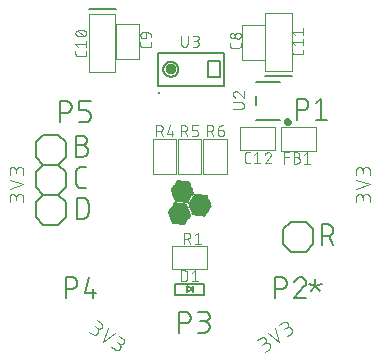
<source format=gbr>
G04 EAGLE Gerber RS-274X export*
G75*
%MOMM*%
%FSLAX34Y34*%
%LPD*%
%INSilkscreen Top*%
%IPPOS*%
%AMOC8*
5,1,8,0,0,1.08239X$1,22.5*%
G01*
%ADD10C,0.101600*%
%ADD11C,0.152400*%
%ADD12R,0.014731X0.014731*%
%ADD13R,0.147319X0.014731*%
%ADD14R,0.265175X0.014731*%
%ADD15R,0.383031X0.014731*%
%ADD16R,0.515619X0.014731*%
%ADD17R,0.633475X0.014731*%
%ADD18R,0.751331X0.014731*%
%ADD19R,0.883919X0.014731*%
%ADD20R,1.001775X0.014731*%
%ADD21R,1.119631X0.014731*%
%ADD22R,1.134363X0.014731*%
%ADD23R,1.149094X0.014731*%
%ADD24R,1.163825X0.014731*%
%ADD25R,1.178556X0.014731*%
%ADD26R,1.193288X0.014731*%
%ADD27R,1.222756X0.014731*%
%ADD28R,1.237488X0.014731*%
%ADD29R,1.266950X0.014731*%
%ADD30R,1.281681X0.014731*%
%ADD31R,1.311144X0.014731*%
%ADD32R,1.325881X0.014731*%
%ADD33R,1.355344X0.014731*%
%ADD34R,1.370075X0.014731*%
%ADD35R,1.384806X0.014731*%
%ADD36R,1.399538X0.014731*%
%ADD37R,1.414275X0.014731*%
%ADD38R,1.443738X0.014731*%
%ADD39R,1.458469X0.014731*%
%ADD40R,1.487931X0.014731*%
%ADD41R,1.502663X0.014731*%
%ADD42R,1.517394X0.014731*%
%ADD43R,1.532125X0.014731*%
%ADD44R,1.546856X0.014731*%
%ADD45R,1.576319X0.014731*%
%ADD46R,1.605788X0.014731*%
%ADD47R,1.620519X0.014731*%
%ADD48R,1.649981X0.014731*%
%ADD49R,1.664713X0.014731*%
%ADD50R,1.694175X0.014731*%
%ADD51R,1.708913X0.014731*%
%ADD52R,1.738375X0.014731*%
%ADD53R,1.753106X0.014731*%
%ADD54R,1.767838X0.014731*%
%ADD55R,1.782569X0.014731*%
%ADD56R,1.797306X0.014731*%
%ADD57R,0.117856X0.014731*%
%ADD58R,1.826769X0.014731*%
%ADD59R,0.235713X0.014731*%
%ADD60R,0.353569X0.014731*%
%ADD61R,1.856231X0.014731*%
%ADD62R,0.486156X0.014731*%
%ADD63R,1.870963X0.014731*%
%ADD64R,0.604013X0.014731*%
%ADD65R,0.721869X0.014731*%
%ADD66R,1.885694X0.014731*%
%ADD67R,0.839719X0.014731*%
%ADD68R,0.972306X0.014731*%
%ADD69R,1.090169X0.014731*%
%ADD70R,1.208025X0.014731*%
%ADD71R,1.252219X0.014731*%
%ADD72R,1.296412X0.014731*%
%ADD73R,1.340612X0.014731*%
%ADD74R,1.826763X0.014731*%
%ADD75R,1.414269X0.014731*%
%ADD76R,1.812031X0.014731*%
%ADD77R,1.429000X0.014731*%
%ADD78R,1.458462X0.014731*%
%ADD79R,1.473200X0.014731*%
%ADD80R,1.723644X0.014731*%
%ADD81R,1.694181X0.014731*%
%ADD82R,1.679450X0.014731*%
%ADD83R,1.561594X0.014731*%
%ADD84R,1.576325X0.014731*%
%ADD85R,1.591056X0.014731*%
%ADD86R,1.635250X0.014731*%
%ADD87R,1.561588X0.014731*%
%ADD88R,1.443731X0.014731*%
%ADD89R,1.797300X0.014731*%
%ADD90R,1.841500X0.014731*%
%ADD91R,1.311150X0.014731*%
%ADD92R,1.296419X0.014731*%
%ADD93R,1.193294X0.014731*%
%ADD94R,0.957575X0.014731*%
%ADD95R,0.589281X0.014731*%
%ADD96R,0.471425X0.014731*%
%ADD97R,0.220975X0.014731*%
%ADD98R,1.812038X0.014731*%
%ADD99R,0.103119X0.014731*%
%ADD100R,0.029463X0.014731*%
%ADD101R,0.162050X0.014731*%
%ADD102R,0.397763X0.014731*%
%ADD103R,0.648206X0.014731*%
%ADD104R,1.679444X0.014731*%
%ADD105R,1.016506X0.014731*%
%ADD106R,1.104900X0.014731*%
%ADD107R,1.222750X0.014731*%
%ADD108R,1.429006X0.014731*%
%ADD109R,1.208019X0.014731*%
%ADD110R,0.987044X0.014731*%
%ADD111R,0.854456X0.014731*%
%ADD112R,0.618744X0.014731*%
%ADD113R,0.500888X0.014731*%
%ADD114R,0.368300X0.014731*%
%ADD115R,0.132587X0.014731*%
%ADD116R,1.664719X0.014731*%
%ADD117R,1.075438X0.014731*%
%ADD118R,0.942844X0.014731*%
%ADD119R,0.707131X0.014731*%
%ADD120R,0.456694X0.014731*%
%ADD121R,0.088388X0.014731*%
%ADD122C,0.050800*%
%ADD123C,0.076200*%
%ADD124C,0.127000*%
%ADD125C,0.254000*%
%ADD126C,0.950000*%
%ADD127C,0.508000*%


D10*
X497242Y331524D02*
X497242Y334770D01*
X497240Y334883D01*
X497234Y334996D01*
X497224Y335109D01*
X497210Y335222D01*
X497193Y335334D01*
X497171Y335445D01*
X497146Y335555D01*
X497116Y335665D01*
X497083Y335773D01*
X497046Y335880D01*
X497006Y335986D01*
X496961Y336090D01*
X496913Y336193D01*
X496862Y336294D01*
X496807Y336393D01*
X496749Y336490D01*
X496687Y336585D01*
X496622Y336678D01*
X496554Y336768D01*
X496483Y336856D01*
X496408Y336942D01*
X496331Y337025D01*
X496251Y337105D01*
X496168Y337182D01*
X496082Y337257D01*
X495994Y337328D01*
X495904Y337396D01*
X495811Y337461D01*
X495716Y337523D01*
X495619Y337581D01*
X495520Y337636D01*
X495419Y337687D01*
X495316Y337735D01*
X495212Y337780D01*
X495106Y337820D01*
X494999Y337857D01*
X494891Y337890D01*
X494781Y337920D01*
X494671Y337945D01*
X494560Y337967D01*
X494448Y337984D01*
X494335Y337998D01*
X494222Y338008D01*
X494109Y338014D01*
X493996Y338016D01*
X493883Y338014D01*
X493770Y338008D01*
X493657Y337998D01*
X493544Y337984D01*
X493432Y337967D01*
X493321Y337945D01*
X493211Y337920D01*
X493101Y337890D01*
X492993Y337857D01*
X492886Y337820D01*
X492780Y337780D01*
X492676Y337735D01*
X492573Y337687D01*
X492472Y337636D01*
X492373Y337581D01*
X492276Y337523D01*
X492181Y337461D01*
X492088Y337396D01*
X491998Y337328D01*
X491910Y337257D01*
X491824Y337182D01*
X491741Y337105D01*
X491661Y337025D01*
X491584Y336942D01*
X491509Y336856D01*
X491438Y336768D01*
X491370Y336678D01*
X491305Y336585D01*
X491243Y336490D01*
X491185Y336393D01*
X491130Y336294D01*
X491079Y336193D01*
X491031Y336090D01*
X490986Y335986D01*
X490946Y335880D01*
X490909Y335773D01*
X490876Y335665D01*
X490846Y335555D01*
X490821Y335445D01*
X490799Y335334D01*
X490782Y335222D01*
X490768Y335109D01*
X490758Y334996D01*
X490752Y334883D01*
X490750Y334770D01*
X485558Y335419D02*
X485558Y331524D01*
X485558Y335419D02*
X485560Y335520D01*
X485566Y335620D01*
X485576Y335720D01*
X485589Y335820D01*
X485607Y335919D01*
X485628Y336018D01*
X485653Y336115D01*
X485682Y336212D01*
X485715Y336307D01*
X485751Y336401D01*
X485791Y336493D01*
X485834Y336584D01*
X485881Y336673D01*
X485931Y336760D01*
X485985Y336846D01*
X486042Y336929D01*
X486102Y337009D01*
X486165Y337088D01*
X486232Y337164D01*
X486301Y337237D01*
X486373Y337307D01*
X486447Y337375D01*
X486524Y337440D01*
X486604Y337501D01*
X486686Y337560D01*
X486770Y337615D01*
X486856Y337667D01*
X486944Y337716D01*
X487034Y337761D01*
X487126Y337803D01*
X487219Y337841D01*
X487314Y337875D01*
X487409Y337906D01*
X487506Y337933D01*
X487604Y337956D01*
X487703Y337976D01*
X487803Y337991D01*
X487903Y338003D01*
X488003Y338011D01*
X488104Y338015D01*
X488204Y338015D01*
X488305Y338011D01*
X488405Y338003D01*
X488505Y337991D01*
X488605Y337976D01*
X488704Y337956D01*
X488802Y337933D01*
X488899Y337906D01*
X488994Y337875D01*
X489089Y337841D01*
X489182Y337803D01*
X489274Y337761D01*
X489364Y337716D01*
X489452Y337667D01*
X489538Y337615D01*
X489622Y337560D01*
X489704Y337501D01*
X489784Y337440D01*
X489861Y337375D01*
X489935Y337307D01*
X490007Y337237D01*
X490076Y337164D01*
X490143Y337088D01*
X490206Y337009D01*
X490266Y336929D01*
X490323Y336846D01*
X490377Y336760D01*
X490427Y336673D01*
X490474Y336584D01*
X490517Y336493D01*
X490557Y336401D01*
X490593Y336307D01*
X490626Y336212D01*
X490655Y336115D01*
X490680Y336018D01*
X490701Y335919D01*
X490719Y335820D01*
X490732Y335720D01*
X490742Y335620D01*
X490748Y335520D01*
X490750Y335419D01*
X490751Y335419D02*
X490751Y332823D01*
X485558Y342305D02*
X497242Y346200D01*
X485558Y350095D01*
X497242Y354384D02*
X497242Y357630D01*
X497240Y357743D01*
X497234Y357856D01*
X497224Y357969D01*
X497210Y358082D01*
X497193Y358194D01*
X497171Y358305D01*
X497146Y358415D01*
X497116Y358525D01*
X497083Y358633D01*
X497046Y358740D01*
X497006Y358846D01*
X496961Y358950D01*
X496913Y359053D01*
X496862Y359154D01*
X496807Y359253D01*
X496749Y359350D01*
X496687Y359445D01*
X496622Y359538D01*
X496554Y359628D01*
X496483Y359716D01*
X496408Y359802D01*
X496331Y359885D01*
X496251Y359965D01*
X496168Y360042D01*
X496082Y360117D01*
X495994Y360188D01*
X495904Y360256D01*
X495811Y360321D01*
X495716Y360383D01*
X495619Y360441D01*
X495520Y360496D01*
X495419Y360547D01*
X495316Y360595D01*
X495212Y360640D01*
X495106Y360680D01*
X494999Y360717D01*
X494891Y360750D01*
X494781Y360780D01*
X494671Y360805D01*
X494560Y360827D01*
X494448Y360844D01*
X494335Y360858D01*
X494222Y360868D01*
X494109Y360874D01*
X493996Y360876D01*
X493883Y360874D01*
X493770Y360868D01*
X493657Y360858D01*
X493544Y360844D01*
X493432Y360827D01*
X493321Y360805D01*
X493211Y360780D01*
X493101Y360750D01*
X492993Y360717D01*
X492886Y360680D01*
X492780Y360640D01*
X492676Y360595D01*
X492573Y360547D01*
X492472Y360496D01*
X492373Y360441D01*
X492276Y360383D01*
X492181Y360321D01*
X492088Y360256D01*
X491998Y360188D01*
X491910Y360117D01*
X491824Y360042D01*
X491741Y359965D01*
X491661Y359885D01*
X491584Y359802D01*
X491509Y359716D01*
X491438Y359628D01*
X491370Y359538D01*
X491305Y359445D01*
X491243Y359350D01*
X491185Y359253D01*
X491130Y359154D01*
X491079Y359053D01*
X491031Y358950D01*
X490986Y358846D01*
X490946Y358740D01*
X490909Y358633D01*
X490876Y358525D01*
X490846Y358415D01*
X490821Y358305D01*
X490799Y358194D01*
X490782Y358082D01*
X490768Y357969D01*
X490758Y357856D01*
X490752Y357743D01*
X490750Y357630D01*
X485558Y358279D02*
X485558Y354384D01*
X485558Y358279D02*
X485560Y358380D01*
X485566Y358480D01*
X485576Y358580D01*
X485589Y358680D01*
X485607Y358779D01*
X485628Y358878D01*
X485653Y358975D01*
X485682Y359072D01*
X485715Y359167D01*
X485751Y359261D01*
X485791Y359353D01*
X485834Y359444D01*
X485881Y359533D01*
X485931Y359620D01*
X485985Y359706D01*
X486042Y359789D01*
X486102Y359869D01*
X486165Y359948D01*
X486232Y360024D01*
X486301Y360097D01*
X486373Y360167D01*
X486447Y360235D01*
X486524Y360300D01*
X486604Y360361D01*
X486686Y360420D01*
X486770Y360475D01*
X486856Y360527D01*
X486944Y360576D01*
X487034Y360621D01*
X487126Y360663D01*
X487219Y360701D01*
X487314Y360735D01*
X487409Y360766D01*
X487506Y360793D01*
X487604Y360816D01*
X487703Y360836D01*
X487803Y360851D01*
X487903Y360863D01*
X488003Y360871D01*
X488104Y360875D01*
X488204Y360875D01*
X488305Y360871D01*
X488405Y360863D01*
X488505Y360851D01*
X488605Y360836D01*
X488704Y360816D01*
X488802Y360793D01*
X488899Y360766D01*
X488994Y360735D01*
X489089Y360701D01*
X489182Y360663D01*
X489274Y360621D01*
X489364Y360576D01*
X489452Y360527D01*
X489538Y360475D01*
X489622Y360420D01*
X489704Y360361D01*
X489784Y360300D01*
X489861Y360235D01*
X489935Y360167D01*
X490007Y360097D01*
X490076Y360024D01*
X490143Y359948D01*
X490206Y359869D01*
X490266Y359789D01*
X490323Y359706D01*
X490377Y359620D01*
X490427Y359533D01*
X490474Y359444D01*
X490517Y359353D01*
X490557Y359261D01*
X490593Y359167D01*
X490626Y359072D01*
X490655Y358975D01*
X490680Y358878D01*
X490701Y358779D01*
X490719Y358680D01*
X490732Y358580D01*
X490742Y358480D01*
X490748Y358380D01*
X490750Y358279D01*
X490751Y358279D02*
X490751Y355683D01*
X411078Y206288D02*
X408420Y204427D01*
X411079Y206288D02*
X411170Y206355D01*
X411260Y206424D01*
X411347Y206497D01*
X411431Y206573D01*
X411512Y206652D01*
X411591Y206733D01*
X411667Y206817D01*
X411740Y206904D01*
X411809Y206994D01*
X411876Y207085D01*
X411939Y207179D01*
X411999Y207275D01*
X412056Y207373D01*
X412109Y207473D01*
X412159Y207575D01*
X412205Y207679D01*
X412247Y207784D01*
X412286Y207890D01*
X412321Y207998D01*
X412352Y208107D01*
X412380Y208217D01*
X412403Y208328D01*
X412423Y208439D01*
X412439Y208551D01*
X412451Y208664D01*
X412459Y208777D01*
X412463Y208890D01*
X412463Y209004D01*
X412459Y209117D01*
X412451Y209230D01*
X412439Y209343D01*
X412423Y209455D01*
X412403Y209566D01*
X412380Y209677D01*
X412352Y209787D01*
X412321Y209896D01*
X412286Y210004D01*
X412247Y210110D01*
X412205Y210215D01*
X412159Y210319D01*
X412109Y210421D01*
X412056Y210521D01*
X411999Y210619D01*
X411939Y210715D01*
X411876Y210809D01*
X411809Y210900D01*
X411740Y210990D01*
X411667Y211077D01*
X411591Y211161D01*
X411512Y211242D01*
X411431Y211321D01*
X411347Y211397D01*
X411260Y211470D01*
X411171Y211539D01*
X411079Y211606D01*
X410985Y211669D01*
X410889Y211729D01*
X410791Y211786D01*
X410691Y211839D01*
X410589Y211889D01*
X410485Y211935D01*
X410380Y211977D01*
X410274Y212016D01*
X410166Y212051D01*
X410057Y212082D01*
X409947Y212110D01*
X409836Y212133D01*
X409725Y212153D01*
X409613Y212169D01*
X409500Y212181D01*
X409387Y212189D01*
X409274Y212193D01*
X409160Y212193D01*
X409047Y212189D01*
X408934Y212181D01*
X408821Y212169D01*
X408709Y212153D01*
X408598Y212133D01*
X408487Y212110D01*
X408377Y212082D01*
X408268Y212051D01*
X408160Y212016D01*
X408054Y211977D01*
X407949Y211935D01*
X407845Y211889D01*
X407743Y211839D01*
X407643Y211786D01*
X407545Y211729D01*
X407449Y211669D01*
X407355Y211606D01*
X404908Y216232D02*
X401718Y213998D01*
X404909Y216232D02*
X404993Y216288D01*
X405078Y216341D01*
X405166Y216390D01*
X405255Y216436D01*
X405347Y216479D01*
X405440Y216518D01*
X405534Y216553D01*
X405629Y216585D01*
X405726Y216613D01*
X405824Y216637D01*
X405922Y216657D01*
X406022Y216674D01*
X406122Y216686D01*
X406222Y216695D01*
X406323Y216700D01*
X406423Y216701D01*
X406524Y216698D01*
X406624Y216691D01*
X406724Y216680D01*
X406824Y216666D01*
X406923Y216647D01*
X407021Y216625D01*
X407118Y216599D01*
X407215Y216569D01*
X407310Y216536D01*
X407403Y216499D01*
X407495Y216458D01*
X407586Y216413D01*
X407674Y216366D01*
X407761Y216314D01*
X407845Y216260D01*
X407928Y216202D01*
X408008Y216141D01*
X408086Y216077D01*
X408161Y216010D01*
X408234Y215941D01*
X408303Y215868D01*
X408370Y215793D01*
X408434Y215715D01*
X408495Y215635D01*
X408553Y215552D01*
X408607Y215468D01*
X408659Y215381D01*
X408706Y215293D01*
X408751Y215202D01*
X408792Y215110D01*
X408829Y215016D01*
X408862Y214922D01*
X408892Y214825D01*
X408918Y214728D01*
X408940Y214630D01*
X408959Y214531D01*
X408973Y214431D01*
X408984Y214331D01*
X408991Y214231D01*
X408994Y214130D01*
X408993Y214030D01*
X408988Y213929D01*
X408979Y213829D01*
X408967Y213729D01*
X408950Y213629D01*
X408930Y213531D01*
X408906Y213433D01*
X408878Y213336D01*
X408846Y213241D01*
X408811Y213147D01*
X408772Y213054D01*
X408729Y212962D01*
X408683Y212873D01*
X408634Y212785D01*
X408581Y212700D01*
X408525Y212616D01*
X408465Y212535D01*
X408403Y212456D01*
X408337Y212379D01*
X408269Y212305D01*
X408198Y212234D01*
X408124Y212166D01*
X408047Y212100D01*
X407968Y212038D01*
X407887Y211978D01*
X405760Y210489D01*
X410549Y220181D02*
X420441Y212844D01*
X416930Y224649D01*
X427146Y217539D02*
X429804Y219400D01*
X429805Y219400D02*
X429896Y219467D01*
X429986Y219536D01*
X430073Y219609D01*
X430157Y219685D01*
X430238Y219764D01*
X430317Y219845D01*
X430393Y219929D01*
X430466Y220016D01*
X430535Y220106D01*
X430602Y220197D01*
X430665Y220291D01*
X430725Y220387D01*
X430782Y220485D01*
X430835Y220585D01*
X430885Y220687D01*
X430931Y220791D01*
X430973Y220896D01*
X431012Y221002D01*
X431047Y221110D01*
X431078Y221219D01*
X431106Y221329D01*
X431129Y221440D01*
X431149Y221551D01*
X431165Y221663D01*
X431177Y221776D01*
X431185Y221889D01*
X431189Y222002D01*
X431189Y222116D01*
X431185Y222229D01*
X431177Y222342D01*
X431165Y222455D01*
X431149Y222567D01*
X431129Y222678D01*
X431106Y222789D01*
X431078Y222899D01*
X431047Y223008D01*
X431012Y223116D01*
X430973Y223222D01*
X430931Y223327D01*
X430885Y223431D01*
X430835Y223533D01*
X430782Y223633D01*
X430725Y223731D01*
X430665Y223827D01*
X430602Y223921D01*
X430535Y224012D01*
X430466Y224102D01*
X430393Y224189D01*
X430317Y224273D01*
X430238Y224354D01*
X430157Y224433D01*
X430073Y224509D01*
X429986Y224582D01*
X429897Y224651D01*
X429805Y224718D01*
X429711Y224781D01*
X429615Y224841D01*
X429517Y224898D01*
X429417Y224951D01*
X429315Y225001D01*
X429211Y225047D01*
X429106Y225089D01*
X429000Y225128D01*
X428892Y225163D01*
X428783Y225194D01*
X428673Y225222D01*
X428562Y225245D01*
X428451Y225265D01*
X428339Y225281D01*
X428226Y225293D01*
X428113Y225301D01*
X428000Y225305D01*
X427886Y225305D01*
X427773Y225301D01*
X427660Y225293D01*
X427547Y225281D01*
X427435Y225265D01*
X427324Y225245D01*
X427213Y225222D01*
X427103Y225194D01*
X426994Y225163D01*
X426886Y225128D01*
X426780Y225089D01*
X426675Y225047D01*
X426571Y225001D01*
X426469Y224951D01*
X426369Y224898D01*
X426271Y224841D01*
X426175Y224781D01*
X426081Y224718D01*
X423634Y229344D02*
X420444Y227110D01*
X423634Y229344D02*
X423718Y229400D01*
X423803Y229453D01*
X423891Y229502D01*
X423980Y229548D01*
X424072Y229591D01*
X424165Y229630D01*
X424259Y229665D01*
X424354Y229697D01*
X424451Y229725D01*
X424549Y229749D01*
X424647Y229769D01*
X424747Y229786D01*
X424847Y229798D01*
X424947Y229807D01*
X425048Y229812D01*
X425148Y229813D01*
X425249Y229810D01*
X425349Y229803D01*
X425449Y229792D01*
X425549Y229778D01*
X425648Y229759D01*
X425746Y229737D01*
X425843Y229711D01*
X425940Y229681D01*
X426035Y229648D01*
X426128Y229611D01*
X426220Y229570D01*
X426311Y229525D01*
X426399Y229478D01*
X426486Y229426D01*
X426570Y229372D01*
X426653Y229314D01*
X426733Y229253D01*
X426811Y229189D01*
X426886Y229122D01*
X426959Y229053D01*
X427028Y228980D01*
X427095Y228905D01*
X427159Y228827D01*
X427220Y228747D01*
X427278Y228664D01*
X427332Y228580D01*
X427384Y228493D01*
X427431Y228405D01*
X427476Y228314D01*
X427517Y228222D01*
X427554Y228128D01*
X427587Y228034D01*
X427617Y227937D01*
X427643Y227840D01*
X427665Y227742D01*
X427684Y227643D01*
X427698Y227543D01*
X427709Y227443D01*
X427716Y227343D01*
X427719Y227242D01*
X427718Y227142D01*
X427713Y227041D01*
X427704Y226941D01*
X427692Y226841D01*
X427675Y226741D01*
X427655Y226643D01*
X427631Y226545D01*
X427603Y226448D01*
X427571Y226353D01*
X427536Y226259D01*
X427497Y226166D01*
X427454Y226074D01*
X427408Y225985D01*
X427359Y225897D01*
X427306Y225812D01*
X427250Y225728D01*
X427190Y225647D01*
X427128Y225568D01*
X427062Y225491D01*
X426994Y225417D01*
X426923Y225346D01*
X426849Y225278D01*
X426772Y225212D01*
X426693Y225150D01*
X426612Y225090D01*
X426613Y225090D02*
X424486Y223600D01*
X262032Y219527D02*
X259373Y221389D01*
X262031Y219527D02*
X262125Y219464D01*
X262221Y219404D01*
X262319Y219347D01*
X262419Y219294D01*
X262521Y219244D01*
X262625Y219198D01*
X262730Y219156D01*
X262836Y219117D01*
X262944Y219082D01*
X263053Y219051D01*
X263163Y219023D01*
X263274Y219000D01*
X263385Y218980D01*
X263497Y218964D01*
X263610Y218952D01*
X263723Y218944D01*
X263836Y218940D01*
X263950Y218940D01*
X264063Y218944D01*
X264176Y218952D01*
X264289Y218964D01*
X264401Y218980D01*
X264512Y219000D01*
X264623Y219023D01*
X264733Y219051D01*
X264842Y219082D01*
X264950Y219117D01*
X265056Y219156D01*
X265161Y219198D01*
X265265Y219244D01*
X265367Y219294D01*
X265467Y219347D01*
X265565Y219404D01*
X265661Y219464D01*
X265755Y219527D01*
X265846Y219594D01*
X265936Y219663D01*
X266023Y219736D01*
X266107Y219812D01*
X266188Y219891D01*
X266267Y219972D01*
X266343Y220056D01*
X266416Y220143D01*
X266485Y220233D01*
X266552Y220324D01*
X266615Y220418D01*
X266675Y220514D01*
X266732Y220612D01*
X266785Y220712D01*
X266835Y220814D01*
X266881Y220918D01*
X266923Y221023D01*
X266962Y221129D01*
X266997Y221237D01*
X267028Y221346D01*
X267056Y221456D01*
X267079Y221567D01*
X267099Y221678D01*
X267115Y221790D01*
X267127Y221903D01*
X267135Y222016D01*
X267139Y222129D01*
X267139Y222243D01*
X267135Y222356D01*
X267127Y222469D01*
X267115Y222582D01*
X267099Y222694D01*
X267079Y222805D01*
X267056Y222916D01*
X267028Y223026D01*
X266997Y223135D01*
X266962Y223243D01*
X266923Y223349D01*
X266881Y223454D01*
X266835Y223558D01*
X266785Y223660D01*
X266732Y223760D01*
X266675Y223858D01*
X266615Y223954D01*
X266552Y224048D01*
X266485Y224139D01*
X266416Y224229D01*
X266343Y224316D01*
X266267Y224400D01*
X266188Y224481D01*
X266107Y224560D01*
X266023Y224636D01*
X265936Y224709D01*
X265847Y224778D01*
X265755Y224845D01*
X269265Y228726D02*
X266075Y230960D01*
X269265Y228726D02*
X269346Y228666D01*
X269425Y228604D01*
X269502Y228538D01*
X269576Y228470D01*
X269647Y228399D01*
X269715Y228325D01*
X269781Y228248D01*
X269843Y228169D01*
X269903Y228088D01*
X269959Y228004D01*
X270012Y227919D01*
X270061Y227831D01*
X270107Y227742D01*
X270150Y227650D01*
X270189Y227557D01*
X270224Y227463D01*
X270256Y227368D01*
X270284Y227271D01*
X270308Y227173D01*
X270328Y227075D01*
X270345Y226975D01*
X270357Y226875D01*
X270366Y226775D01*
X270371Y226675D01*
X270372Y226574D01*
X270369Y226473D01*
X270362Y226373D01*
X270351Y226273D01*
X270337Y226173D01*
X270318Y226074D01*
X270296Y225976D01*
X270270Y225879D01*
X270240Y225782D01*
X270207Y225688D01*
X270170Y225594D01*
X270129Y225502D01*
X270084Y225411D01*
X270037Y225323D01*
X269985Y225236D01*
X269931Y225152D01*
X269873Y225069D01*
X269812Y224989D01*
X269748Y224911D01*
X269681Y224836D01*
X269612Y224763D01*
X269539Y224694D01*
X269464Y224627D01*
X269386Y224563D01*
X269306Y224502D01*
X269223Y224444D01*
X269139Y224390D01*
X269052Y224338D01*
X268964Y224291D01*
X268873Y224246D01*
X268781Y224205D01*
X268687Y224168D01*
X268593Y224135D01*
X268496Y224105D01*
X268399Y224079D01*
X268301Y224057D01*
X268202Y224038D01*
X268102Y224024D01*
X268002Y224013D01*
X267902Y224006D01*
X267801Y224003D01*
X267700Y224004D01*
X267600Y224009D01*
X267500Y224018D01*
X267400Y224030D01*
X267300Y224047D01*
X267202Y224067D01*
X267104Y224091D01*
X267007Y224119D01*
X266912Y224151D01*
X266818Y224186D01*
X266725Y224225D01*
X266633Y224268D01*
X266544Y224314D01*
X266456Y224363D01*
X266371Y224416D01*
X266287Y224472D01*
X264160Y225961D01*
X274906Y224776D02*
X271395Y212971D01*
X281287Y220308D01*
X278099Y208277D02*
X280758Y206415D01*
X280757Y206415D02*
X280851Y206352D01*
X280947Y206292D01*
X281045Y206235D01*
X281145Y206182D01*
X281247Y206132D01*
X281351Y206086D01*
X281456Y206044D01*
X281562Y206005D01*
X281670Y205970D01*
X281779Y205939D01*
X281889Y205911D01*
X282000Y205888D01*
X282111Y205868D01*
X282223Y205852D01*
X282336Y205840D01*
X282449Y205832D01*
X282562Y205828D01*
X282676Y205828D01*
X282789Y205832D01*
X282902Y205840D01*
X283015Y205852D01*
X283127Y205868D01*
X283238Y205888D01*
X283349Y205911D01*
X283459Y205939D01*
X283568Y205970D01*
X283676Y206005D01*
X283782Y206044D01*
X283887Y206086D01*
X283991Y206132D01*
X284093Y206182D01*
X284193Y206235D01*
X284291Y206292D01*
X284387Y206352D01*
X284481Y206415D01*
X284572Y206482D01*
X284662Y206551D01*
X284749Y206624D01*
X284833Y206700D01*
X284914Y206779D01*
X284993Y206860D01*
X285069Y206944D01*
X285142Y207031D01*
X285211Y207121D01*
X285278Y207212D01*
X285341Y207306D01*
X285401Y207402D01*
X285458Y207500D01*
X285511Y207600D01*
X285561Y207702D01*
X285607Y207806D01*
X285649Y207911D01*
X285688Y208017D01*
X285723Y208125D01*
X285754Y208234D01*
X285782Y208344D01*
X285805Y208455D01*
X285825Y208566D01*
X285841Y208678D01*
X285853Y208791D01*
X285861Y208904D01*
X285865Y209017D01*
X285865Y209131D01*
X285861Y209244D01*
X285853Y209357D01*
X285841Y209470D01*
X285825Y209582D01*
X285805Y209693D01*
X285782Y209804D01*
X285754Y209914D01*
X285723Y210023D01*
X285688Y210131D01*
X285649Y210237D01*
X285607Y210342D01*
X285561Y210446D01*
X285511Y210548D01*
X285458Y210648D01*
X285401Y210746D01*
X285341Y210842D01*
X285278Y210936D01*
X285211Y211027D01*
X285142Y211117D01*
X285069Y211204D01*
X284993Y211288D01*
X284914Y211369D01*
X284833Y211448D01*
X284749Y211524D01*
X284662Y211597D01*
X284573Y211666D01*
X284481Y211733D01*
X287991Y215614D02*
X284801Y217848D01*
X287991Y215614D02*
X288072Y215554D01*
X288151Y215492D01*
X288228Y215426D01*
X288302Y215358D01*
X288373Y215287D01*
X288441Y215213D01*
X288507Y215136D01*
X288569Y215057D01*
X288629Y214976D01*
X288685Y214892D01*
X288738Y214807D01*
X288787Y214719D01*
X288833Y214630D01*
X288876Y214538D01*
X288915Y214445D01*
X288950Y214351D01*
X288982Y214256D01*
X289010Y214159D01*
X289034Y214061D01*
X289054Y213963D01*
X289071Y213863D01*
X289083Y213763D01*
X289092Y213663D01*
X289097Y213563D01*
X289098Y213462D01*
X289095Y213361D01*
X289088Y213261D01*
X289077Y213161D01*
X289063Y213061D01*
X289044Y212962D01*
X289022Y212864D01*
X288996Y212767D01*
X288966Y212670D01*
X288933Y212576D01*
X288896Y212482D01*
X288855Y212390D01*
X288810Y212299D01*
X288763Y212211D01*
X288711Y212124D01*
X288657Y212040D01*
X288599Y211957D01*
X288538Y211877D01*
X288474Y211799D01*
X288407Y211724D01*
X288338Y211651D01*
X288265Y211582D01*
X288190Y211515D01*
X288112Y211451D01*
X288032Y211390D01*
X287949Y211332D01*
X287865Y211278D01*
X287778Y211226D01*
X287690Y211179D01*
X287599Y211134D01*
X287507Y211093D01*
X287413Y211056D01*
X287319Y211023D01*
X287222Y210993D01*
X287125Y210967D01*
X287027Y210945D01*
X286928Y210926D01*
X286828Y210912D01*
X286728Y210901D01*
X286628Y210894D01*
X286527Y210891D01*
X286426Y210892D01*
X286326Y210897D01*
X286226Y210906D01*
X286126Y210918D01*
X286026Y210935D01*
X285928Y210955D01*
X285830Y210979D01*
X285733Y211007D01*
X285638Y211039D01*
X285544Y211074D01*
X285451Y211113D01*
X285359Y211156D01*
X285270Y211202D01*
X285182Y211251D01*
X285097Y211304D01*
X285013Y211360D01*
X285012Y211360D02*
X282886Y212849D01*
X203667Y331524D02*
X203667Y334770D01*
X203665Y334883D01*
X203659Y334996D01*
X203649Y335109D01*
X203635Y335222D01*
X203618Y335334D01*
X203596Y335445D01*
X203571Y335555D01*
X203541Y335665D01*
X203508Y335773D01*
X203471Y335880D01*
X203431Y335986D01*
X203386Y336090D01*
X203338Y336193D01*
X203287Y336294D01*
X203232Y336393D01*
X203174Y336490D01*
X203112Y336585D01*
X203047Y336678D01*
X202979Y336768D01*
X202908Y336856D01*
X202833Y336942D01*
X202756Y337025D01*
X202676Y337105D01*
X202593Y337182D01*
X202507Y337257D01*
X202419Y337328D01*
X202329Y337396D01*
X202236Y337461D01*
X202141Y337523D01*
X202044Y337581D01*
X201945Y337636D01*
X201844Y337687D01*
X201741Y337735D01*
X201637Y337780D01*
X201531Y337820D01*
X201424Y337857D01*
X201316Y337890D01*
X201206Y337920D01*
X201096Y337945D01*
X200985Y337967D01*
X200873Y337984D01*
X200760Y337998D01*
X200647Y338008D01*
X200534Y338014D01*
X200421Y338016D01*
X200308Y338014D01*
X200195Y338008D01*
X200082Y337998D01*
X199969Y337984D01*
X199857Y337967D01*
X199746Y337945D01*
X199636Y337920D01*
X199526Y337890D01*
X199418Y337857D01*
X199311Y337820D01*
X199205Y337780D01*
X199101Y337735D01*
X198998Y337687D01*
X198897Y337636D01*
X198798Y337581D01*
X198701Y337523D01*
X198606Y337461D01*
X198513Y337396D01*
X198423Y337328D01*
X198335Y337257D01*
X198249Y337182D01*
X198166Y337105D01*
X198086Y337025D01*
X198009Y336942D01*
X197934Y336856D01*
X197863Y336768D01*
X197795Y336678D01*
X197730Y336585D01*
X197668Y336490D01*
X197610Y336393D01*
X197555Y336294D01*
X197504Y336193D01*
X197456Y336090D01*
X197411Y335986D01*
X197371Y335880D01*
X197334Y335773D01*
X197301Y335665D01*
X197271Y335555D01*
X197246Y335445D01*
X197224Y335334D01*
X197207Y335222D01*
X197193Y335109D01*
X197183Y334996D01*
X197177Y334883D01*
X197175Y334770D01*
X191983Y335419D02*
X191983Y331524D01*
X191983Y335419D02*
X191985Y335520D01*
X191991Y335620D01*
X192001Y335720D01*
X192014Y335820D01*
X192032Y335919D01*
X192053Y336018D01*
X192078Y336115D01*
X192107Y336212D01*
X192140Y336307D01*
X192176Y336401D01*
X192216Y336493D01*
X192259Y336584D01*
X192306Y336673D01*
X192356Y336760D01*
X192410Y336846D01*
X192467Y336929D01*
X192527Y337009D01*
X192590Y337088D01*
X192657Y337164D01*
X192726Y337237D01*
X192798Y337307D01*
X192872Y337375D01*
X192949Y337440D01*
X193029Y337501D01*
X193111Y337560D01*
X193195Y337615D01*
X193281Y337667D01*
X193369Y337716D01*
X193459Y337761D01*
X193551Y337803D01*
X193644Y337841D01*
X193739Y337875D01*
X193834Y337906D01*
X193931Y337933D01*
X194029Y337956D01*
X194128Y337976D01*
X194228Y337991D01*
X194328Y338003D01*
X194428Y338011D01*
X194529Y338015D01*
X194629Y338015D01*
X194730Y338011D01*
X194830Y338003D01*
X194930Y337991D01*
X195030Y337976D01*
X195129Y337956D01*
X195227Y337933D01*
X195324Y337906D01*
X195419Y337875D01*
X195514Y337841D01*
X195607Y337803D01*
X195699Y337761D01*
X195789Y337716D01*
X195877Y337667D01*
X195963Y337615D01*
X196047Y337560D01*
X196129Y337501D01*
X196209Y337440D01*
X196286Y337375D01*
X196360Y337307D01*
X196432Y337237D01*
X196501Y337164D01*
X196568Y337088D01*
X196631Y337009D01*
X196691Y336929D01*
X196748Y336846D01*
X196802Y336760D01*
X196852Y336673D01*
X196899Y336584D01*
X196942Y336493D01*
X196982Y336401D01*
X197018Y336307D01*
X197051Y336212D01*
X197080Y336115D01*
X197105Y336018D01*
X197126Y335919D01*
X197144Y335820D01*
X197157Y335720D01*
X197167Y335620D01*
X197173Y335520D01*
X197175Y335419D01*
X197176Y335419D02*
X197176Y332823D01*
X191983Y342305D02*
X203667Y346200D01*
X191983Y350095D01*
X203667Y354384D02*
X203667Y357630D01*
X203665Y357743D01*
X203659Y357856D01*
X203649Y357969D01*
X203635Y358082D01*
X203618Y358194D01*
X203596Y358305D01*
X203571Y358415D01*
X203541Y358525D01*
X203508Y358633D01*
X203471Y358740D01*
X203431Y358846D01*
X203386Y358950D01*
X203338Y359053D01*
X203287Y359154D01*
X203232Y359253D01*
X203174Y359350D01*
X203112Y359445D01*
X203047Y359538D01*
X202979Y359628D01*
X202908Y359716D01*
X202833Y359802D01*
X202756Y359885D01*
X202676Y359965D01*
X202593Y360042D01*
X202507Y360117D01*
X202419Y360188D01*
X202329Y360256D01*
X202236Y360321D01*
X202141Y360383D01*
X202044Y360441D01*
X201945Y360496D01*
X201844Y360547D01*
X201741Y360595D01*
X201637Y360640D01*
X201531Y360680D01*
X201424Y360717D01*
X201316Y360750D01*
X201206Y360780D01*
X201096Y360805D01*
X200985Y360827D01*
X200873Y360844D01*
X200760Y360858D01*
X200647Y360868D01*
X200534Y360874D01*
X200421Y360876D01*
X200308Y360874D01*
X200195Y360868D01*
X200082Y360858D01*
X199969Y360844D01*
X199857Y360827D01*
X199746Y360805D01*
X199636Y360780D01*
X199526Y360750D01*
X199418Y360717D01*
X199311Y360680D01*
X199205Y360640D01*
X199101Y360595D01*
X198998Y360547D01*
X198897Y360496D01*
X198798Y360441D01*
X198701Y360383D01*
X198606Y360321D01*
X198513Y360256D01*
X198423Y360188D01*
X198335Y360117D01*
X198249Y360042D01*
X198166Y359965D01*
X198086Y359885D01*
X198009Y359802D01*
X197934Y359716D01*
X197863Y359628D01*
X197795Y359538D01*
X197730Y359445D01*
X197668Y359350D01*
X197610Y359253D01*
X197555Y359154D01*
X197504Y359053D01*
X197456Y358950D01*
X197411Y358846D01*
X197371Y358740D01*
X197334Y358633D01*
X197301Y358525D01*
X197271Y358415D01*
X197246Y358305D01*
X197224Y358194D01*
X197207Y358082D01*
X197193Y357969D01*
X197183Y357856D01*
X197177Y357743D01*
X197175Y357630D01*
X191983Y358279D02*
X191983Y354384D01*
X191983Y358279D02*
X191985Y358380D01*
X191991Y358480D01*
X192001Y358580D01*
X192014Y358680D01*
X192032Y358779D01*
X192053Y358878D01*
X192078Y358975D01*
X192107Y359072D01*
X192140Y359167D01*
X192176Y359261D01*
X192216Y359353D01*
X192259Y359444D01*
X192306Y359533D01*
X192356Y359620D01*
X192410Y359706D01*
X192467Y359789D01*
X192527Y359869D01*
X192590Y359948D01*
X192657Y360024D01*
X192726Y360097D01*
X192798Y360167D01*
X192872Y360235D01*
X192949Y360300D01*
X193029Y360361D01*
X193111Y360420D01*
X193195Y360475D01*
X193281Y360527D01*
X193369Y360576D01*
X193459Y360621D01*
X193551Y360663D01*
X193644Y360701D01*
X193739Y360735D01*
X193834Y360766D01*
X193931Y360793D01*
X194029Y360816D01*
X194128Y360836D01*
X194228Y360851D01*
X194328Y360863D01*
X194428Y360871D01*
X194529Y360875D01*
X194629Y360875D01*
X194730Y360871D01*
X194830Y360863D01*
X194930Y360851D01*
X195030Y360836D01*
X195129Y360816D01*
X195227Y360793D01*
X195324Y360766D01*
X195419Y360735D01*
X195514Y360701D01*
X195607Y360663D01*
X195699Y360621D01*
X195789Y360576D01*
X195877Y360527D01*
X195963Y360475D01*
X196047Y360420D01*
X196129Y360361D01*
X196209Y360300D01*
X196286Y360235D01*
X196360Y360167D01*
X196432Y360097D01*
X196501Y360024D01*
X196568Y359948D01*
X196631Y359869D01*
X196691Y359789D01*
X196748Y359706D01*
X196802Y359620D01*
X196852Y359533D01*
X196899Y359444D01*
X196942Y359353D01*
X196982Y359261D01*
X197018Y359167D01*
X197051Y359072D01*
X197080Y358975D01*
X197105Y358878D01*
X197126Y358779D01*
X197144Y358680D01*
X197157Y358580D01*
X197167Y358480D01*
X197173Y358380D01*
X197175Y358279D01*
X197176Y358279D02*
X197176Y355683D01*
D11*
X435071Y401025D02*
X435071Y418805D01*
X440010Y418805D01*
X440150Y418803D01*
X440289Y418797D01*
X440429Y418787D01*
X440568Y418773D01*
X440707Y418756D01*
X440845Y418734D01*
X440982Y418708D01*
X441119Y418679D01*
X441255Y418646D01*
X441389Y418609D01*
X441523Y418568D01*
X441655Y418523D01*
X441787Y418474D01*
X441916Y418422D01*
X442044Y418367D01*
X442171Y418307D01*
X442296Y418244D01*
X442419Y418178D01*
X442540Y418108D01*
X442659Y418035D01*
X442776Y417958D01*
X442890Y417878D01*
X443003Y417795D01*
X443113Y417709D01*
X443220Y417619D01*
X443325Y417527D01*
X443427Y417432D01*
X443527Y417334D01*
X443624Y417233D01*
X443718Y417129D01*
X443808Y417023D01*
X443896Y416914D01*
X443981Y416803D01*
X444062Y416689D01*
X444141Y416574D01*
X444216Y416456D01*
X444287Y416336D01*
X444355Y416213D01*
X444420Y416090D01*
X444481Y415964D01*
X444539Y415836D01*
X444593Y415708D01*
X444643Y415577D01*
X444690Y415445D01*
X444733Y415312D01*
X444772Y415178D01*
X444807Y415043D01*
X444838Y414907D01*
X444866Y414769D01*
X444889Y414632D01*
X444909Y414493D01*
X444925Y414354D01*
X444937Y414215D01*
X444945Y414076D01*
X444949Y413936D01*
X444949Y413796D01*
X444945Y413656D01*
X444937Y413517D01*
X444925Y413378D01*
X444909Y413239D01*
X444889Y413100D01*
X444866Y412963D01*
X444838Y412825D01*
X444807Y412689D01*
X444772Y412554D01*
X444733Y412420D01*
X444690Y412287D01*
X444643Y412155D01*
X444593Y412024D01*
X444539Y411896D01*
X444481Y411768D01*
X444420Y411642D01*
X444355Y411519D01*
X444287Y411397D01*
X444216Y411276D01*
X444141Y411158D01*
X444062Y411043D01*
X443981Y410929D01*
X443896Y410818D01*
X443808Y410709D01*
X443718Y410603D01*
X443624Y410499D01*
X443527Y410398D01*
X443427Y410300D01*
X443325Y410205D01*
X443220Y410113D01*
X443113Y410023D01*
X443003Y409937D01*
X442890Y409854D01*
X442776Y409774D01*
X442659Y409697D01*
X442540Y409624D01*
X442419Y409554D01*
X442296Y409488D01*
X442171Y409425D01*
X442044Y409365D01*
X441916Y409310D01*
X441787Y409258D01*
X441655Y409209D01*
X441523Y409164D01*
X441389Y409123D01*
X441255Y409086D01*
X441119Y409053D01*
X440982Y409024D01*
X440845Y408998D01*
X440707Y408976D01*
X440568Y408959D01*
X440429Y408945D01*
X440289Y408935D01*
X440150Y408929D01*
X440010Y408927D01*
X435071Y408927D01*
X451066Y414854D02*
X456005Y418805D01*
X456005Y401025D01*
X451066Y401025D02*
X460944Y401025D01*
X335476Y238382D02*
X335476Y220602D01*
X335476Y238382D02*
X340414Y238382D01*
X340554Y238380D01*
X340693Y238374D01*
X340833Y238364D01*
X340972Y238350D01*
X341111Y238333D01*
X341249Y238311D01*
X341386Y238285D01*
X341523Y238256D01*
X341659Y238223D01*
X341793Y238186D01*
X341927Y238145D01*
X342059Y238100D01*
X342191Y238051D01*
X342320Y237999D01*
X342448Y237944D01*
X342575Y237884D01*
X342700Y237821D01*
X342823Y237755D01*
X342944Y237685D01*
X343063Y237612D01*
X343180Y237535D01*
X343294Y237455D01*
X343407Y237372D01*
X343517Y237286D01*
X343624Y237196D01*
X343729Y237104D01*
X343831Y237009D01*
X343931Y236911D01*
X344028Y236810D01*
X344122Y236706D01*
X344212Y236600D01*
X344300Y236491D01*
X344385Y236380D01*
X344466Y236266D01*
X344545Y236151D01*
X344620Y236033D01*
X344691Y235913D01*
X344759Y235790D01*
X344824Y235667D01*
X344885Y235541D01*
X344943Y235413D01*
X344997Y235285D01*
X345047Y235154D01*
X345094Y235022D01*
X345137Y234889D01*
X345176Y234755D01*
X345211Y234620D01*
X345242Y234484D01*
X345270Y234346D01*
X345293Y234209D01*
X345313Y234070D01*
X345329Y233931D01*
X345341Y233792D01*
X345349Y233653D01*
X345353Y233513D01*
X345353Y233373D01*
X345349Y233233D01*
X345341Y233094D01*
X345329Y232955D01*
X345313Y232816D01*
X345293Y232677D01*
X345270Y232540D01*
X345242Y232402D01*
X345211Y232266D01*
X345176Y232131D01*
X345137Y231997D01*
X345094Y231864D01*
X345047Y231732D01*
X344997Y231601D01*
X344943Y231473D01*
X344885Y231345D01*
X344824Y231219D01*
X344759Y231096D01*
X344691Y230974D01*
X344620Y230853D01*
X344545Y230735D01*
X344466Y230620D01*
X344385Y230506D01*
X344300Y230395D01*
X344212Y230286D01*
X344122Y230180D01*
X344028Y230076D01*
X343931Y229975D01*
X343831Y229877D01*
X343729Y229782D01*
X343624Y229690D01*
X343517Y229600D01*
X343407Y229514D01*
X343294Y229431D01*
X343180Y229351D01*
X343063Y229274D01*
X342944Y229201D01*
X342823Y229131D01*
X342700Y229065D01*
X342575Y229002D01*
X342448Y228942D01*
X342320Y228887D01*
X342191Y228835D01*
X342059Y228786D01*
X341927Y228741D01*
X341793Y228700D01*
X341659Y228663D01*
X341523Y228630D01*
X341386Y228601D01*
X341249Y228575D01*
X341111Y228553D01*
X340972Y228536D01*
X340833Y228522D01*
X340693Y228512D01*
X340554Y228506D01*
X340414Y228504D01*
X335476Y228504D01*
X351471Y220602D02*
X356409Y220602D01*
X356409Y220601D02*
X356549Y220603D01*
X356688Y220609D01*
X356828Y220619D01*
X356967Y220633D01*
X357106Y220650D01*
X357244Y220672D01*
X357381Y220698D01*
X357518Y220727D01*
X357654Y220760D01*
X357788Y220797D01*
X357922Y220838D01*
X358054Y220883D01*
X358186Y220932D01*
X358315Y220984D01*
X358443Y221039D01*
X358570Y221099D01*
X358695Y221162D01*
X358818Y221228D01*
X358939Y221298D01*
X359058Y221371D01*
X359175Y221448D01*
X359289Y221528D01*
X359402Y221611D01*
X359512Y221697D01*
X359619Y221787D01*
X359724Y221879D01*
X359826Y221974D01*
X359926Y222072D01*
X360023Y222173D01*
X360117Y222277D01*
X360207Y222383D01*
X360295Y222492D01*
X360380Y222603D01*
X360461Y222717D01*
X360540Y222832D01*
X360615Y222950D01*
X360686Y223071D01*
X360754Y223193D01*
X360819Y223316D01*
X360880Y223442D01*
X360938Y223570D01*
X360992Y223698D01*
X361042Y223829D01*
X361089Y223961D01*
X361132Y224094D01*
X361171Y224228D01*
X361206Y224363D01*
X361237Y224499D01*
X361265Y224637D01*
X361288Y224774D01*
X361308Y224913D01*
X361324Y225052D01*
X361336Y225191D01*
X361344Y225330D01*
X361348Y225470D01*
X361348Y225610D01*
X361344Y225750D01*
X361336Y225889D01*
X361324Y226028D01*
X361308Y226167D01*
X361288Y226306D01*
X361265Y226443D01*
X361237Y226581D01*
X361206Y226717D01*
X361171Y226852D01*
X361132Y226986D01*
X361089Y227119D01*
X361042Y227251D01*
X360992Y227382D01*
X360938Y227510D01*
X360880Y227638D01*
X360819Y227764D01*
X360754Y227887D01*
X360686Y228010D01*
X360615Y228130D01*
X360540Y228248D01*
X360461Y228363D01*
X360380Y228477D01*
X360295Y228588D01*
X360207Y228697D01*
X360117Y228803D01*
X360023Y228907D01*
X359926Y229008D01*
X359826Y229106D01*
X359724Y229201D01*
X359619Y229293D01*
X359512Y229383D01*
X359402Y229469D01*
X359289Y229552D01*
X359175Y229632D01*
X359058Y229709D01*
X358939Y229782D01*
X358818Y229852D01*
X358695Y229918D01*
X358570Y229981D01*
X358443Y230041D01*
X358315Y230096D01*
X358186Y230148D01*
X358054Y230197D01*
X357922Y230242D01*
X357788Y230283D01*
X357654Y230320D01*
X357518Y230353D01*
X357381Y230382D01*
X357244Y230408D01*
X357106Y230430D01*
X356967Y230447D01*
X356828Y230461D01*
X356688Y230471D01*
X356549Y230477D01*
X356409Y230479D01*
X357397Y238382D02*
X351471Y238382D01*
X357397Y238381D02*
X357521Y238379D01*
X357645Y238373D01*
X357769Y238363D01*
X357892Y238350D01*
X358015Y238332D01*
X358137Y238311D01*
X358259Y238286D01*
X358380Y238257D01*
X358499Y238224D01*
X358618Y238188D01*
X358735Y238147D01*
X358851Y238104D01*
X358966Y238056D01*
X359079Y238005D01*
X359191Y237950D01*
X359300Y237892D01*
X359408Y237831D01*
X359514Y237766D01*
X359618Y237698D01*
X359719Y237626D01*
X359819Y237552D01*
X359915Y237474D01*
X360010Y237394D01*
X360102Y237310D01*
X360191Y237224D01*
X360277Y237135D01*
X360361Y237043D01*
X360441Y236948D01*
X360519Y236852D01*
X360593Y236752D01*
X360665Y236651D01*
X360733Y236547D01*
X360798Y236441D01*
X360859Y236333D01*
X360917Y236224D01*
X360972Y236112D01*
X361023Y235999D01*
X361071Y235884D01*
X361114Y235768D01*
X361155Y235651D01*
X361191Y235532D01*
X361224Y235413D01*
X361253Y235292D01*
X361278Y235170D01*
X361299Y235048D01*
X361317Y234925D01*
X361330Y234802D01*
X361340Y234678D01*
X361346Y234554D01*
X361348Y234430D01*
X361346Y234306D01*
X361340Y234182D01*
X361330Y234058D01*
X361317Y233935D01*
X361299Y233812D01*
X361278Y233690D01*
X361253Y233568D01*
X361224Y233447D01*
X361191Y233328D01*
X361155Y233209D01*
X361114Y233092D01*
X361071Y232976D01*
X361023Y232861D01*
X360972Y232748D01*
X360917Y232636D01*
X360859Y232527D01*
X360798Y232419D01*
X360733Y232313D01*
X360665Y232209D01*
X360593Y232108D01*
X360519Y232008D01*
X360441Y231912D01*
X360361Y231817D01*
X360277Y231725D01*
X360191Y231636D01*
X360102Y231550D01*
X360010Y231466D01*
X359915Y231386D01*
X359819Y231308D01*
X359719Y231234D01*
X359618Y231162D01*
X359514Y231094D01*
X359408Y231029D01*
X359300Y230968D01*
X359191Y230910D01*
X359079Y230855D01*
X358966Y230804D01*
X358851Y230756D01*
X358735Y230713D01*
X358618Y230672D01*
X358499Y230636D01*
X358380Y230603D01*
X358259Y230574D01*
X358137Y230549D01*
X358015Y230528D01*
X357892Y230510D01*
X357769Y230497D01*
X357645Y230487D01*
X357521Y230481D01*
X357397Y230479D01*
X353446Y230479D01*
X239481Y250026D02*
X239481Y267806D01*
X244420Y267806D01*
X244560Y267804D01*
X244699Y267798D01*
X244839Y267788D01*
X244978Y267774D01*
X245117Y267757D01*
X245255Y267735D01*
X245392Y267709D01*
X245529Y267680D01*
X245665Y267647D01*
X245799Y267610D01*
X245933Y267569D01*
X246065Y267524D01*
X246197Y267475D01*
X246326Y267423D01*
X246454Y267368D01*
X246581Y267308D01*
X246706Y267245D01*
X246829Y267179D01*
X246950Y267109D01*
X247069Y267036D01*
X247186Y266959D01*
X247300Y266879D01*
X247413Y266796D01*
X247523Y266710D01*
X247630Y266620D01*
X247735Y266528D01*
X247837Y266433D01*
X247937Y266335D01*
X248034Y266234D01*
X248128Y266130D01*
X248218Y266024D01*
X248306Y265915D01*
X248391Y265804D01*
X248472Y265690D01*
X248551Y265575D01*
X248626Y265457D01*
X248697Y265337D01*
X248765Y265214D01*
X248830Y265091D01*
X248891Y264965D01*
X248949Y264837D01*
X249003Y264709D01*
X249053Y264578D01*
X249100Y264446D01*
X249143Y264313D01*
X249182Y264179D01*
X249217Y264044D01*
X249248Y263908D01*
X249276Y263770D01*
X249299Y263633D01*
X249319Y263494D01*
X249335Y263355D01*
X249347Y263216D01*
X249355Y263077D01*
X249359Y262937D01*
X249359Y262797D01*
X249355Y262657D01*
X249347Y262518D01*
X249335Y262379D01*
X249319Y262240D01*
X249299Y262101D01*
X249276Y261964D01*
X249248Y261826D01*
X249217Y261690D01*
X249182Y261555D01*
X249143Y261421D01*
X249100Y261288D01*
X249053Y261156D01*
X249003Y261025D01*
X248949Y260897D01*
X248891Y260769D01*
X248830Y260643D01*
X248765Y260520D01*
X248697Y260398D01*
X248626Y260277D01*
X248551Y260159D01*
X248472Y260044D01*
X248391Y259930D01*
X248306Y259819D01*
X248218Y259710D01*
X248128Y259604D01*
X248034Y259500D01*
X247937Y259399D01*
X247837Y259301D01*
X247735Y259206D01*
X247630Y259114D01*
X247523Y259024D01*
X247413Y258938D01*
X247300Y258855D01*
X247186Y258775D01*
X247069Y258698D01*
X246950Y258625D01*
X246829Y258555D01*
X246706Y258489D01*
X246581Y258426D01*
X246454Y258366D01*
X246326Y258311D01*
X246197Y258259D01*
X246065Y258210D01*
X245933Y258165D01*
X245799Y258124D01*
X245665Y258087D01*
X245529Y258054D01*
X245392Y258025D01*
X245255Y257999D01*
X245117Y257977D01*
X244978Y257960D01*
X244839Y257946D01*
X244699Y257936D01*
X244560Y257930D01*
X244420Y257928D01*
X239481Y257928D01*
X255476Y253977D02*
X259427Y267806D01*
X255476Y253977D02*
X265354Y253977D01*
X262391Y257928D02*
X262391Y250026D01*
X234639Y398868D02*
X234639Y416648D01*
X239578Y416648D01*
X239718Y416646D01*
X239857Y416640D01*
X239997Y416630D01*
X240136Y416616D01*
X240275Y416599D01*
X240413Y416577D01*
X240550Y416551D01*
X240687Y416522D01*
X240823Y416489D01*
X240957Y416452D01*
X241091Y416411D01*
X241223Y416366D01*
X241355Y416317D01*
X241484Y416265D01*
X241612Y416210D01*
X241739Y416150D01*
X241864Y416087D01*
X241987Y416021D01*
X242108Y415951D01*
X242227Y415878D01*
X242344Y415801D01*
X242458Y415721D01*
X242571Y415638D01*
X242681Y415552D01*
X242788Y415462D01*
X242893Y415370D01*
X242995Y415275D01*
X243095Y415177D01*
X243192Y415076D01*
X243286Y414972D01*
X243376Y414866D01*
X243464Y414757D01*
X243549Y414646D01*
X243630Y414532D01*
X243709Y414417D01*
X243784Y414299D01*
X243855Y414179D01*
X243923Y414056D01*
X243988Y413933D01*
X244049Y413807D01*
X244107Y413679D01*
X244161Y413551D01*
X244211Y413420D01*
X244258Y413288D01*
X244301Y413155D01*
X244340Y413021D01*
X244375Y412886D01*
X244406Y412750D01*
X244434Y412612D01*
X244457Y412475D01*
X244477Y412336D01*
X244493Y412197D01*
X244505Y412058D01*
X244513Y411919D01*
X244517Y411779D01*
X244517Y411639D01*
X244513Y411499D01*
X244505Y411360D01*
X244493Y411221D01*
X244477Y411082D01*
X244457Y410943D01*
X244434Y410806D01*
X244406Y410668D01*
X244375Y410532D01*
X244340Y410397D01*
X244301Y410263D01*
X244258Y410130D01*
X244211Y409998D01*
X244161Y409867D01*
X244107Y409739D01*
X244049Y409611D01*
X243988Y409485D01*
X243923Y409362D01*
X243855Y409240D01*
X243784Y409119D01*
X243709Y409001D01*
X243630Y408886D01*
X243549Y408772D01*
X243464Y408661D01*
X243376Y408552D01*
X243286Y408446D01*
X243192Y408342D01*
X243095Y408241D01*
X242995Y408143D01*
X242893Y408048D01*
X242788Y407956D01*
X242681Y407866D01*
X242571Y407780D01*
X242458Y407697D01*
X242344Y407617D01*
X242227Y407540D01*
X242108Y407467D01*
X241987Y407397D01*
X241864Y407331D01*
X241739Y407268D01*
X241612Y407208D01*
X241484Y407153D01*
X241355Y407101D01*
X241223Y407052D01*
X241091Y407007D01*
X240957Y406966D01*
X240823Y406929D01*
X240687Y406896D01*
X240550Y406867D01*
X240413Y406841D01*
X240275Y406819D01*
X240136Y406802D01*
X239997Y406788D01*
X239857Y406778D01*
X239718Y406772D01*
X239578Y406770D01*
X234639Y406770D01*
X250634Y398868D02*
X256561Y398868D01*
X256685Y398870D01*
X256809Y398876D01*
X256933Y398886D01*
X257056Y398899D01*
X257179Y398917D01*
X257301Y398938D01*
X257423Y398963D01*
X257544Y398992D01*
X257663Y399025D01*
X257782Y399061D01*
X257899Y399102D01*
X258015Y399145D01*
X258130Y399193D01*
X258243Y399244D01*
X258355Y399299D01*
X258464Y399357D01*
X258572Y399418D01*
X258678Y399483D01*
X258782Y399551D01*
X258883Y399623D01*
X258983Y399697D01*
X259079Y399775D01*
X259174Y399855D01*
X259266Y399939D01*
X259355Y400025D01*
X259441Y400114D01*
X259525Y400206D01*
X259605Y400301D01*
X259683Y400397D01*
X259757Y400497D01*
X259829Y400598D01*
X259897Y400702D01*
X259962Y400808D01*
X260023Y400916D01*
X260081Y401025D01*
X260136Y401137D01*
X260187Y401250D01*
X260235Y401365D01*
X260278Y401481D01*
X260319Y401598D01*
X260355Y401717D01*
X260388Y401836D01*
X260417Y401957D01*
X260442Y402079D01*
X260463Y402201D01*
X260481Y402324D01*
X260494Y402447D01*
X260504Y402571D01*
X260510Y402695D01*
X260512Y402819D01*
X260512Y404795D01*
X260510Y404919D01*
X260504Y405043D01*
X260494Y405167D01*
X260481Y405290D01*
X260463Y405413D01*
X260442Y405535D01*
X260417Y405657D01*
X260388Y405778D01*
X260355Y405897D01*
X260319Y406016D01*
X260278Y406133D01*
X260235Y406249D01*
X260187Y406364D01*
X260136Y406477D01*
X260081Y406589D01*
X260023Y406698D01*
X259962Y406806D01*
X259897Y406912D01*
X259829Y407016D01*
X259757Y407117D01*
X259683Y407217D01*
X259605Y407313D01*
X259525Y407408D01*
X259441Y407500D01*
X259355Y407589D01*
X259266Y407675D01*
X259174Y407759D01*
X259079Y407839D01*
X258983Y407917D01*
X258883Y407991D01*
X258782Y408063D01*
X258678Y408131D01*
X258572Y408196D01*
X258464Y408257D01*
X258355Y408315D01*
X258243Y408370D01*
X258130Y408421D01*
X258015Y408469D01*
X257899Y408512D01*
X257782Y408553D01*
X257663Y408589D01*
X257544Y408622D01*
X257423Y408651D01*
X257301Y408676D01*
X257179Y408697D01*
X257056Y408715D01*
X256933Y408728D01*
X256809Y408738D01*
X256685Y408744D01*
X256561Y408746D01*
X250634Y408746D01*
X250634Y416648D01*
X260512Y416648D01*
D12*
X339561Y311471D03*
D13*
X339046Y311619D03*
D14*
X338456Y311766D03*
D15*
X338014Y311913D03*
D16*
X337499Y312061D03*
D17*
X337057Y312208D03*
D18*
X336467Y312355D03*
D19*
X335952Y312503D03*
D20*
X335510Y312650D03*
D21*
X335068Y312797D03*
D22*
X334994Y312945D03*
D23*
X335068Y313092D03*
D24*
X335142Y313239D03*
D25*
X335068Y313386D03*
D26*
X335142Y313534D03*
D27*
X335142Y313681D03*
D28*
X335215Y313828D03*
X335215Y313976D03*
D29*
X335215Y314123D03*
D30*
X335289Y314270D03*
D31*
X335289Y314418D03*
X335289Y314565D03*
D32*
X335363Y314712D03*
D33*
X335363Y314860D03*
D34*
X335436Y315007D03*
D35*
X335363Y315154D03*
D36*
X335436Y315302D03*
D37*
X335510Y315449D03*
D38*
X335510Y315596D03*
X335510Y315744D03*
D39*
X335584Y315891D03*
D40*
X335584Y316038D03*
D41*
X335657Y316186D03*
D42*
X335584Y316333D03*
D43*
X335657Y316480D03*
D44*
X335731Y316628D03*
D45*
X335731Y316775D03*
X335731Y316922D03*
D46*
X335731Y317069D03*
D47*
X335805Y317217D03*
X335805Y317364D03*
D48*
X335805Y317511D03*
D49*
X335878Y317659D03*
D50*
X335878Y317806D03*
X335878Y317953D03*
D51*
X335952Y318101D03*
D52*
X335952Y318248D03*
D53*
X336026Y318395D03*
D54*
X335952Y318543D03*
D55*
X336025Y318690D03*
D56*
X336099Y318837D03*
D57*
X356577Y318837D03*
D58*
X336099Y318985D03*
D59*
X355987Y318985D03*
D58*
X336099Y319132D03*
D60*
X355545Y319132D03*
D61*
X336099Y319279D03*
D62*
X355030Y319279D03*
D63*
X336173Y319427D03*
D64*
X354588Y319427D03*
D63*
X336173Y319574D03*
D65*
X353999Y319574D03*
D66*
X336099Y319721D03*
D67*
X353557Y319721D03*
D66*
X336099Y319869D03*
D68*
X353041Y319869D03*
D63*
X336026Y320016D03*
D69*
X352599Y320016D03*
D66*
X335952Y320163D03*
D21*
X352452Y320163D03*
D66*
X335952Y320311D03*
D23*
X352452Y320311D03*
D66*
X335805Y320458D03*
D24*
X352525Y320458D03*
D66*
X335805Y320605D03*
D25*
X352599Y320605D03*
D63*
X335731Y320752D03*
D26*
X352525Y320752D03*
D66*
X335657Y320900D03*
D70*
X352599Y320900D03*
D66*
X335657Y321047D03*
D28*
X352599Y321047D03*
D66*
X335510Y321194D03*
D71*
X352673Y321194D03*
D66*
X335510Y321342D03*
D71*
X352673Y321342D03*
D63*
X335436Y321489D03*
D30*
X352673Y321489D03*
D66*
X335363Y321636D03*
D72*
X352746Y321636D03*
D66*
X335363Y321784D03*
D32*
X352746Y321784D03*
D66*
X335215Y321931D03*
D32*
X352746Y321931D03*
D66*
X335215Y322078D03*
D73*
X352820Y322078D03*
D63*
X335142Y322226D03*
D34*
X352820Y322226D03*
D61*
X335215Y322373D03*
D35*
X352894Y322373D03*
D61*
X335215Y322520D03*
D36*
X352820Y322520D03*
D74*
X335215Y322668D03*
D75*
X352894Y322668D03*
D76*
X335289Y322815D03*
D77*
X352967Y322815D03*
D55*
X335289Y322962D03*
D78*
X352967Y322962D03*
D55*
X335289Y323110D03*
D78*
X352967Y323110D03*
D54*
X335363Y323257D03*
D79*
X353041Y323257D03*
D52*
X335363Y323404D03*
D41*
X353041Y323404D03*
D80*
X335436Y323552D03*
D41*
X353041Y323552D03*
D51*
X335363Y323699D03*
D43*
X353041Y323699D03*
D81*
X335436Y323846D03*
D44*
X353115Y323846D03*
D82*
X335510Y323994D03*
D83*
X353188Y323994D03*
D48*
X335510Y324141D03*
D84*
X353115Y324141D03*
D48*
X335510Y324288D03*
D85*
X353188Y324288D03*
D86*
X335584Y324435D03*
D47*
X353188Y324435D03*
D46*
X335584Y324583D03*
D86*
X353262Y324583D03*
D46*
X335584Y324730D03*
D86*
X353262Y324730D03*
D84*
X335584Y324877D03*
D49*
X353262Y324877D03*
D87*
X335657Y325025D03*
D82*
X353336Y325025D03*
D44*
X335731Y325172D03*
D51*
X353336Y325172D03*
D43*
X335657Y325319D03*
D51*
X353336Y325319D03*
D42*
X335731Y325467D03*
D80*
X353409Y325467D03*
D40*
X335731Y325614D03*
D53*
X353409Y325614D03*
D79*
X335805Y325761D03*
D54*
X353483Y325761D03*
D79*
X335805Y325909D03*
D55*
X353409Y325909D03*
D88*
X335805Y326056D03*
D89*
X353483Y326056D03*
D77*
X335878Y326203D03*
D76*
X353557Y326203D03*
D36*
X335878Y326351D03*
D90*
X353557Y326351D03*
D36*
X335878Y326498D03*
D90*
X353557Y326498D03*
D35*
X335952Y326645D03*
D63*
X353557Y326645D03*
D33*
X335952Y326793D03*
D66*
X353630Y326793D03*
D73*
X336026Y326940D03*
D63*
X353557Y326940D03*
D32*
X335952Y327087D03*
D66*
X353483Y327087D03*
D91*
X336026Y327235D03*
D66*
X353483Y327235D03*
D92*
X336099Y327382D03*
D63*
X353409Y327382D03*
D29*
X336099Y327529D03*
D66*
X353336Y327529D03*
D29*
X336099Y327677D03*
D66*
X353336Y327677D03*
D71*
X336173Y327824D03*
D66*
X353188Y327824D03*
D27*
X336173Y327971D03*
D66*
X353188Y327971D03*
D70*
X336246Y328118D03*
D63*
X353115Y328118D03*
D93*
X336173Y328266D03*
D66*
X353041Y328266D03*
D25*
X336246Y328413D03*
D66*
X353041Y328413D03*
D24*
X336320Y328560D03*
D66*
X352894Y328560D03*
D23*
X336246Y328708D03*
D66*
X352894Y328708D03*
D22*
X336320Y328855D03*
D63*
X352820Y328855D03*
D69*
X336246Y329002D03*
D66*
X352746Y329002D03*
D94*
X335731Y329150D03*
D66*
X352746Y329150D03*
D67*
X335142Y329297D03*
D66*
X352599Y329297D03*
D65*
X334700Y329444D03*
D66*
X352599Y329444D03*
D95*
X334184Y329592D03*
D61*
X352599Y329592D03*
D96*
X333742Y329739D03*
D90*
X352673Y329739D03*
D60*
X333153Y329886D03*
D90*
X352673Y329886D03*
D97*
X332637Y330034D03*
D98*
X352673Y330034D03*
D99*
X332195Y330181D03*
D56*
X352746Y330181D03*
D100*
X341992Y330328D03*
D55*
X352673Y330328D03*
D101*
X341476Y330476D03*
D54*
X352746Y330476D03*
D14*
X340961Y330623D03*
D53*
X352820Y330623D03*
D102*
X340445Y330770D03*
D80*
X352820Y330770D03*
D16*
X340003Y330918D03*
D80*
X352820Y330918D03*
D103*
X339488Y331065D03*
D81*
X352820Y331065D03*
D18*
X338972Y331212D03*
D104*
X352894Y331212D03*
D19*
X338456Y331360D03*
D49*
X352967Y331360D03*
D105*
X337941Y331507D03*
D48*
X352894Y331507D03*
D106*
X337499Y331654D03*
D86*
X352967Y331654D03*
D22*
X337499Y331801D03*
D47*
X353041Y331801D03*
D23*
X337572Y331949D03*
D85*
X353041Y331949D03*
D24*
X337646Y332096D03*
D85*
X353041Y332096D03*
D25*
X337572Y332243D03*
D87*
X353041Y332243D03*
D26*
X337646Y332391D03*
D44*
X353115Y332391D03*
D107*
X337646Y332538D03*
D43*
X353188Y332538D03*
D28*
X337720Y332685D03*
D42*
X353115Y332685D03*
D28*
X337720Y332833D03*
D41*
X353188Y332833D03*
D29*
X337720Y332980D03*
D79*
X353188Y332980D03*
D30*
X337793Y333127D03*
D39*
X353262Y333127D03*
D31*
X337793Y333275D03*
D39*
X353262Y333275D03*
D31*
X337793Y333422D03*
D108*
X353262Y333422D03*
D32*
X337867Y333569D03*
D75*
X353336Y333569D03*
D33*
X337867Y333717D03*
D35*
X353336Y333717D03*
D34*
X337941Y333864D03*
D35*
X353336Y333864D03*
X337867Y334011D03*
D34*
X353409Y334011D03*
D36*
X337941Y334159D03*
D73*
X353409Y334159D03*
D75*
X338014Y334306D03*
D73*
X353409Y334306D03*
D38*
X338014Y334453D03*
D91*
X353409Y334453D03*
D38*
X338014Y334601D03*
D72*
X353483Y334601D03*
D79*
X338014Y334748D03*
D30*
X353557Y334748D03*
D40*
X338088Y334895D03*
D29*
X353483Y334895D03*
D41*
X338162Y335043D03*
D71*
X353557Y335043D03*
D42*
X338088Y335190D03*
D27*
X353557Y335190D03*
D43*
X338162Y335337D03*
D109*
X353630Y335337D03*
D87*
X338162Y335484D03*
D109*
X353630Y335484D03*
D45*
X338235Y335632D03*
D25*
X353630Y335632D03*
D45*
X338235Y335779D03*
D24*
X353704Y335779D03*
D46*
X338235Y335926D03*
D23*
X353778Y335926D03*
D47*
X338309Y336074D03*
D22*
X353704Y336074D03*
D47*
X338309Y336221D03*
D106*
X353704Y336221D03*
D48*
X338309Y336368D03*
D110*
X353262Y336368D03*
D49*
X338383Y336516D03*
D111*
X352746Y336516D03*
D50*
X338383Y336663D03*
D18*
X352231Y336663D03*
D50*
X338383Y336810D03*
D112*
X351715Y336810D03*
D51*
X338456Y336958D03*
D113*
X351273Y336958D03*
D52*
X338456Y337105D03*
D114*
X350758Y337105D03*
D53*
X338530Y337252D03*
D14*
X350242Y337252D03*
D54*
X338456Y337400D03*
D115*
X349726Y337400D03*
D55*
X338530Y337547D03*
D12*
X349284Y337547D03*
D56*
X338604Y337694D03*
D58*
X338604Y337842D03*
X338604Y337989D03*
D61*
X338604Y338136D03*
D63*
X338677Y338284D03*
X338677Y338431D03*
D66*
X338604Y338578D03*
X338604Y338726D03*
X338456Y338873D03*
X338456Y339020D03*
D63*
X338383Y339167D03*
D66*
X338309Y339315D03*
X338309Y339462D03*
X338162Y339609D03*
X338162Y339757D03*
D63*
X338088Y339904D03*
D66*
X338014Y340051D03*
X338014Y340199D03*
D63*
X337941Y340346D03*
D66*
X337867Y340493D03*
X337867Y340641D03*
X337720Y340788D03*
X337720Y340935D03*
D63*
X337646Y341083D03*
D61*
X337720Y341230D03*
X337720Y341377D03*
D74*
X337720Y341525D03*
D76*
X337793Y341672D03*
D55*
X337793Y341819D03*
X337793Y341967D03*
D54*
X337867Y342114D03*
D52*
X337867Y342261D03*
D80*
X337941Y342409D03*
D51*
X337867Y342556D03*
D81*
X337941Y342703D03*
D82*
X338014Y342850D03*
D116*
X337941Y342998D03*
D48*
X338014Y343145D03*
D47*
X338014Y343292D03*
D46*
X338088Y343440D03*
X338088Y343587D03*
D84*
X338088Y343734D03*
D87*
X338162Y343882D03*
D43*
X338162Y344029D03*
X338162Y344176D03*
D42*
X338235Y344324D03*
D40*
X338235Y344471D03*
D79*
X338309Y344618D03*
X338309Y344766D03*
D88*
X338309Y344913D03*
D77*
X338383Y345060D03*
D36*
X338383Y345208D03*
X338383Y345355D03*
D35*
X338456Y345502D03*
D33*
X338456Y345650D03*
D73*
X338530Y345797D03*
D32*
X338456Y345944D03*
D91*
X338530Y346092D03*
D92*
X338604Y346239D03*
D29*
X338604Y346386D03*
X338604Y346533D03*
D28*
X338604Y346681D03*
D27*
X338677Y346828D03*
D70*
X338751Y346975D03*
D93*
X338677Y347123D03*
D25*
X338751Y347270D03*
D23*
X338751Y347417D03*
X338751Y347565D03*
D22*
X338825Y347712D03*
D117*
X338677Y347859D03*
D118*
X338162Y348007D03*
D67*
X337646Y348154D03*
D119*
X337130Y348301D03*
D95*
X336688Y348449D03*
D120*
X336173Y348596D03*
D60*
X335657Y348743D03*
D97*
X335142Y348891D03*
D121*
X334626Y349038D03*
D11*
X456116Y312335D02*
X456116Y294555D01*
X456116Y312335D02*
X461055Y312335D01*
X461055Y312336D02*
X461195Y312334D01*
X461334Y312328D01*
X461474Y312318D01*
X461613Y312304D01*
X461752Y312287D01*
X461890Y312265D01*
X462027Y312239D01*
X462164Y312210D01*
X462300Y312177D01*
X462434Y312140D01*
X462568Y312099D01*
X462700Y312054D01*
X462832Y312005D01*
X462961Y311953D01*
X463089Y311898D01*
X463216Y311838D01*
X463341Y311775D01*
X463464Y311709D01*
X463585Y311639D01*
X463704Y311566D01*
X463821Y311489D01*
X463935Y311409D01*
X464048Y311326D01*
X464158Y311240D01*
X464265Y311150D01*
X464370Y311058D01*
X464472Y310963D01*
X464572Y310865D01*
X464669Y310764D01*
X464763Y310660D01*
X464853Y310554D01*
X464941Y310445D01*
X465026Y310334D01*
X465107Y310220D01*
X465186Y310105D01*
X465261Y309987D01*
X465332Y309867D01*
X465400Y309744D01*
X465465Y309621D01*
X465526Y309495D01*
X465584Y309367D01*
X465638Y309239D01*
X465688Y309108D01*
X465735Y308976D01*
X465778Y308843D01*
X465817Y308709D01*
X465852Y308574D01*
X465883Y308438D01*
X465911Y308300D01*
X465934Y308163D01*
X465954Y308024D01*
X465970Y307885D01*
X465982Y307746D01*
X465990Y307607D01*
X465994Y307467D01*
X465994Y307327D01*
X465990Y307187D01*
X465982Y307048D01*
X465970Y306909D01*
X465954Y306770D01*
X465934Y306631D01*
X465911Y306494D01*
X465883Y306356D01*
X465852Y306220D01*
X465817Y306085D01*
X465778Y305951D01*
X465735Y305818D01*
X465688Y305686D01*
X465638Y305555D01*
X465584Y305427D01*
X465526Y305299D01*
X465465Y305173D01*
X465400Y305050D01*
X465332Y304928D01*
X465261Y304807D01*
X465186Y304689D01*
X465107Y304574D01*
X465026Y304460D01*
X464941Y304349D01*
X464853Y304240D01*
X464763Y304134D01*
X464669Y304030D01*
X464572Y303929D01*
X464472Y303831D01*
X464370Y303736D01*
X464265Y303644D01*
X464158Y303554D01*
X464048Y303468D01*
X463935Y303385D01*
X463821Y303305D01*
X463704Y303228D01*
X463585Y303155D01*
X463464Y303085D01*
X463341Y303019D01*
X463216Y302956D01*
X463089Y302896D01*
X462961Y302841D01*
X462832Y302789D01*
X462700Y302740D01*
X462568Y302695D01*
X462434Y302654D01*
X462300Y302617D01*
X462164Y302584D01*
X462027Y302555D01*
X461890Y302529D01*
X461752Y302507D01*
X461613Y302490D01*
X461474Y302476D01*
X461334Y302466D01*
X461195Y302460D01*
X461055Y302458D01*
X456116Y302458D01*
X462043Y302458D02*
X465994Y294555D01*
X253387Y379494D02*
X248448Y379494D01*
X253387Y379494D02*
X253527Y379492D01*
X253666Y379486D01*
X253806Y379476D01*
X253945Y379462D01*
X254084Y379445D01*
X254222Y379423D01*
X254359Y379397D01*
X254496Y379368D01*
X254632Y379335D01*
X254766Y379298D01*
X254900Y379257D01*
X255032Y379212D01*
X255164Y379163D01*
X255293Y379111D01*
X255421Y379056D01*
X255548Y378996D01*
X255673Y378933D01*
X255796Y378867D01*
X255917Y378797D01*
X256036Y378724D01*
X256153Y378647D01*
X256267Y378567D01*
X256380Y378484D01*
X256490Y378398D01*
X256597Y378308D01*
X256702Y378216D01*
X256804Y378121D01*
X256904Y378023D01*
X257001Y377922D01*
X257095Y377818D01*
X257185Y377712D01*
X257273Y377603D01*
X257358Y377492D01*
X257439Y377378D01*
X257518Y377263D01*
X257593Y377145D01*
X257664Y377025D01*
X257732Y376902D01*
X257797Y376779D01*
X257858Y376653D01*
X257916Y376525D01*
X257970Y376397D01*
X258020Y376266D01*
X258067Y376134D01*
X258110Y376001D01*
X258149Y375867D01*
X258184Y375732D01*
X258215Y375596D01*
X258243Y375458D01*
X258266Y375321D01*
X258286Y375182D01*
X258302Y375043D01*
X258314Y374904D01*
X258322Y374765D01*
X258326Y374625D01*
X258326Y374485D01*
X258322Y374345D01*
X258314Y374206D01*
X258302Y374067D01*
X258286Y373928D01*
X258266Y373789D01*
X258243Y373652D01*
X258215Y373514D01*
X258184Y373378D01*
X258149Y373243D01*
X258110Y373109D01*
X258067Y372976D01*
X258020Y372844D01*
X257970Y372713D01*
X257916Y372585D01*
X257858Y372457D01*
X257797Y372331D01*
X257732Y372208D01*
X257664Y372086D01*
X257593Y371965D01*
X257518Y371847D01*
X257439Y371732D01*
X257358Y371618D01*
X257273Y371507D01*
X257185Y371398D01*
X257095Y371292D01*
X257001Y371188D01*
X256904Y371087D01*
X256804Y370989D01*
X256702Y370894D01*
X256597Y370802D01*
X256490Y370712D01*
X256380Y370626D01*
X256267Y370543D01*
X256153Y370463D01*
X256036Y370386D01*
X255917Y370313D01*
X255796Y370243D01*
X255673Y370177D01*
X255548Y370114D01*
X255421Y370054D01*
X255293Y369999D01*
X255164Y369947D01*
X255032Y369898D01*
X254900Y369853D01*
X254766Y369812D01*
X254632Y369775D01*
X254496Y369742D01*
X254359Y369713D01*
X254222Y369687D01*
X254084Y369665D01*
X253945Y369648D01*
X253806Y369634D01*
X253666Y369624D01*
X253527Y369618D01*
X253387Y369616D01*
X248448Y369616D01*
X248448Y387396D01*
X253387Y387396D01*
X253511Y387394D01*
X253635Y387388D01*
X253759Y387378D01*
X253882Y387365D01*
X254005Y387347D01*
X254127Y387326D01*
X254249Y387301D01*
X254370Y387272D01*
X254489Y387239D01*
X254608Y387203D01*
X254725Y387162D01*
X254841Y387119D01*
X254956Y387071D01*
X255069Y387020D01*
X255181Y386965D01*
X255290Y386907D01*
X255398Y386846D01*
X255504Y386781D01*
X255608Y386713D01*
X255709Y386641D01*
X255809Y386567D01*
X255905Y386489D01*
X256000Y386409D01*
X256092Y386325D01*
X256181Y386239D01*
X256267Y386150D01*
X256351Y386058D01*
X256431Y385963D01*
X256509Y385867D01*
X256583Y385767D01*
X256655Y385666D01*
X256723Y385562D01*
X256788Y385456D01*
X256849Y385348D01*
X256907Y385239D01*
X256962Y385127D01*
X257013Y385014D01*
X257061Y384899D01*
X257104Y384783D01*
X257145Y384666D01*
X257181Y384547D01*
X257214Y384428D01*
X257243Y384307D01*
X257268Y384185D01*
X257289Y384063D01*
X257307Y383940D01*
X257320Y383817D01*
X257330Y383693D01*
X257336Y383569D01*
X257338Y383445D01*
X257336Y383321D01*
X257330Y383197D01*
X257320Y383073D01*
X257307Y382950D01*
X257289Y382827D01*
X257268Y382705D01*
X257243Y382583D01*
X257214Y382462D01*
X257181Y382343D01*
X257145Y382224D01*
X257104Y382107D01*
X257061Y381991D01*
X257013Y381876D01*
X256962Y381763D01*
X256907Y381651D01*
X256849Y381542D01*
X256788Y381434D01*
X256723Y381328D01*
X256655Y381224D01*
X256583Y381123D01*
X256509Y381023D01*
X256431Y380927D01*
X256351Y380832D01*
X256267Y380740D01*
X256181Y380651D01*
X256092Y380565D01*
X256000Y380481D01*
X255905Y380401D01*
X255809Y380323D01*
X255709Y380249D01*
X255608Y380177D01*
X255504Y380109D01*
X255398Y380044D01*
X255290Y379983D01*
X255181Y379925D01*
X255069Y379870D01*
X254956Y379819D01*
X254841Y379771D01*
X254725Y379728D01*
X254608Y379687D01*
X254489Y379651D01*
X254370Y379618D01*
X254249Y379589D01*
X254127Y379564D01*
X254005Y379543D01*
X253882Y379525D01*
X253759Y379512D01*
X253635Y379502D01*
X253511Y379496D01*
X253387Y379494D01*
X248885Y334843D02*
X248885Y317063D01*
X248885Y334843D02*
X253824Y334843D01*
X253963Y334841D01*
X254101Y334835D01*
X254239Y334826D01*
X254377Y334812D01*
X254514Y334795D01*
X254651Y334773D01*
X254788Y334748D01*
X254923Y334719D01*
X255058Y334686D01*
X255191Y334650D01*
X255324Y334610D01*
X255455Y334566D01*
X255585Y334518D01*
X255714Y334467D01*
X255841Y334412D01*
X255967Y334354D01*
X256091Y334292D01*
X256213Y334227D01*
X256333Y334158D01*
X256452Y334086D01*
X256568Y334011D01*
X256682Y333932D01*
X256794Y333850D01*
X256903Y333765D01*
X257011Y333678D01*
X257115Y333587D01*
X257217Y333493D01*
X257316Y333396D01*
X257413Y333297D01*
X257507Y333195D01*
X257598Y333091D01*
X257685Y332983D01*
X257770Y332874D01*
X257852Y332762D01*
X257931Y332648D01*
X258006Y332532D01*
X258078Y332413D01*
X258147Y332293D01*
X258212Y332171D01*
X258274Y332047D01*
X258332Y331921D01*
X258387Y331794D01*
X258438Y331665D01*
X258486Y331535D01*
X258530Y331404D01*
X258570Y331271D01*
X258606Y331138D01*
X258639Y331003D01*
X258668Y330868D01*
X258693Y330731D01*
X258715Y330594D01*
X258732Y330457D01*
X258746Y330319D01*
X258755Y330181D01*
X258761Y330043D01*
X258763Y329904D01*
X258762Y329904D02*
X258762Y322002D01*
X258763Y322002D02*
X258761Y321863D01*
X258755Y321725D01*
X258746Y321587D01*
X258732Y321449D01*
X258715Y321312D01*
X258693Y321175D01*
X258668Y321038D01*
X258639Y320903D01*
X258606Y320768D01*
X258570Y320635D01*
X258530Y320502D01*
X258486Y320371D01*
X258438Y320241D01*
X258387Y320112D01*
X258332Y319985D01*
X258274Y319859D01*
X258212Y319735D01*
X258147Y319613D01*
X258078Y319493D01*
X258006Y319374D01*
X257931Y319258D01*
X257852Y319144D01*
X257770Y319032D01*
X257685Y318923D01*
X257598Y318815D01*
X257507Y318711D01*
X257413Y318609D01*
X257316Y318510D01*
X257217Y318413D01*
X257115Y318319D01*
X257011Y318228D01*
X256903Y318141D01*
X256794Y318056D01*
X256682Y317974D01*
X256568Y317895D01*
X256452Y317820D01*
X256333Y317748D01*
X256213Y317679D01*
X256091Y317614D01*
X255967Y317552D01*
X255841Y317494D01*
X255714Y317439D01*
X255585Y317388D01*
X255455Y317340D01*
X255324Y317296D01*
X255191Y317256D01*
X255058Y317220D01*
X254923Y317187D01*
X254788Y317158D01*
X254651Y317133D01*
X254514Y317111D01*
X254377Y317094D01*
X254239Y317080D01*
X254101Y317071D01*
X253963Y317065D01*
X253824Y317063D01*
X248885Y317063D01*
X252428Y343226D02*
X256379Y343226D01*
X252428Y343227D02*
X252304Y343229D01*
X252180Y343235D01*
X252056Y343245D01*
X251933Y343258D01*
X251810Y343276D01*
X251688Y343297D01*
X251566Y343322D01*
X251445Y343351D01*
X251326Y343384D01*
X251207Y343420D01*
X251090Y343461D01*
X250974Y343504D01*
X250859Y343552D01*
X250746Y343603D01*
X250634Y343658D01*
X250525Y343716D01*
X250417Y343777D01*
X250311Y343842D01*
X250207Y343910D01*
X250106Y343982D01*
X250006Y344056D01*
X249910Y344134D01*
X249815Y344214D01*
X249723Y344298D01*
X249634Y344384D01*
X249548Y344473D01*
X249464Y344565D01*
X249384Y344660D01*
X249306Y344756D01*
X249232Y344856D01*
X249160Y344957D01*
X249092Y345061D01*
X249027Y345167D01*
X248966Y345275D01*
X248908Y345384D01*
X248853Y345496D01*
X248802Y345609D01*
X248754Y345724D01*
X248711Y345840D01*
X248670Y345957D01*
X248634Y346076D01*
X248601Y346195D01*
X248572Y346316D01*
X248547Y346438D01*
X248526Y346560D01*
X248508Y346683D01*
X248495Y346806D01*
X248485Y346930D01*
X248479Y347054D01*
X248477Y347178D01*
X248477Y357055D01*
X248479Y357179D01*
X248485Y357303D01*
X248495Y357427D01*
X248508Y357550D01*
X248526Y357673D01*
X248547Y357795D01*
X248572Y357917D01*
X248601Y358038D01*
X248634Y358157D01*
X248670Y358276D01*
X248711Y358393D01*
X248754Y358509D01*
X248802Y358624D01*
X248853Y358737D01*
X248908Y358849D01*
X248966Y358958D01*
X249027Y359066D01*
X249092Y359172D01*
X249160Y359276D01*
X249232Y359377D01*
X249306Y359477D01*
X249384Y359573D01*
X249464Y359668D01*
X249548Y359760D01*
X249634Y359849D01*
X249723Y359935D01*
X249815Y360019D01*
X249910Y360099D01*
X250006Y360177D01*
X250106Y360251D01*
X250207Y360323D01*
X250311Y360391D01*
X250417Y360456D01*
X250525Y360517D01*
X250634Y360575D01*
X250746Y360630D01*
X250859Y360681D01*
X250974Y360729D01*
X251090Y360772D01*
X251207Y360813D01*
X251326Y360849D01*
X251445Y360882D01*
X251566Y360911D01*
X251688Y360936D01*
X251810Y360957D01*
X251933Y360975D01*
X252056Y360988D01*
X252180Y360998D01*
X252304Y361004D01*
X252428Y361006D01*
X256379Y361006D01*
X416964Y267624D02*
X416964Y249844D01*
X416964Y267624D02*
X421903Y267624D01*
X422043Y267622D01*
X422182Y267616D01*
X422322Y267606D01*
X422461Y267592D01*
X422600Y267575D01*
X422738Y267553D01*
X422875Y267527D01*
X423012Y267498D01*
X423148Y267465D01*
X423282Y267428D01*
X423416Y267387D01*
X423548Y267342D01*
X423680Y267293D01*
X423809Y267241D01*
X423937Y267186D01*
X424064Y267126D01*
X424189Y267063D01*
X424312Y266997D01*
X424433Y266927D01*
X424552Y266854D01*
X424669Y266777D01*
X424783Y266697D01*
X424896Y266614D01*
X425006Y266528D01*
X425113Y266438D01*
X425218Y266346D01*
X425320Y266251D01*
X425420Y266153D01*
X425517Y266052D01*
X425611Y265948D01*
X425701Y265842D01*
X425789Y265733D01*
X425874Y265622D01*
X425955Y265508D01*
X426034Y265393D01*
X426109Y265275D01*
X426180Y265155D01*
X426248Y265032D01*
X426313Y264909D01*
X426374Y264783D01*
X426432Y264655D01*
X426486Y264527D01*
X426536Y264396D01*
X426583Y264264D01*
X426626Y264131D01*
X426665Y263997D01*
X426700Y263862D01*
X426731Y263726D01*
X426759Y263588D01*
X426782Y263451D01*
X426802Y263312D01*
X426818Y263173D01*
X426830Y263034D01*
X426838Y262895D01*
X426842Y262755D01*
X426842Y262615D01*
X426838Y262475D01*
X426830Y262336D01*
X426818Y262197D01*
X426802Y262058D01*
X426782Y261919D01*
X426759Y261782D01*
X426731Y261644D01*
X426700Y261508D01*
X426665Y261373D01*
X426626Y261239D01*
X426583Y261106D01*
X426536Y260974D01*
X426486Y260843D01*
X426432Y260715D01*
X426374Y260587D01*
X426313Y260461D01*
X426248Y260338D01*
X426180Y260216D01*
X426109Y260095D01*
X426034Y259977D01*
X425955Y259862D01*
X425874Y259748D01*
X425789Y259637D01*
X425701Y259528D01*
X425611Y259422D01*
X425517Y259318D01*
X425420Y259217D01*
X425320Y259119D01*
X425218Y259024D01*
X425113Y258932D01*
X425006Y258842D01*
X424896Y258756D01*
X424783Y258673D01*
X424669Y258593D01*
X424552Y258516D01*
X424433Y258443D01*
X424312Y258373D01*
X424189Y258307D01*
X424064Y258244D01*
X423937Y258184D01*
X423809Y258129D01*
X423680Y258077D01*
X423548Y258028D01*
X423416Y257983D01*
X423282Y257942D01*
X423148Y257905D01*
X423012Y257872D01*
X422875Y257843D01*
X422738Y257817D01*
X422600Y257795D01*
X422461Y257778D01*
X422322Y257764D01*
X422182Y257754D01*
X422043Y257748D01*
X421903Y257746D01*
X416964Y257746D01*
X438392Y267624D02*
X438524Y267622D01*
X438655Y267616D01*
X438787Y267606D01*
X438918Y267593D01*
X439048Y267575D01*
X439178Y267554D01*
X439308Y267529D01*
X439436Y267500D01*
X439564Y267467D01*
X439690Y267430D01*
X439816Y267390D01*
X439940Y267346D01*
X440063Y267298D01*
X440184Y267247D01*
X440304Y267192D01*
X440422Y267134D01*
X440538Y267072D01*
X440652Y267006D01*
X440765Y266938D01*
X440875Y266866D01*
X440983Y266791D01*
X441089Y266712D01*
X441193Y266631D01*
X441294Y266546D01*
X441392Y266459D01*
X441488Y266368D01*
X441581Y266275D01*
X441672Y266179D01*
X441759Y266081D01*
X441844Y265980D01*
X441925Y265876D01*
X442004Y265770D01*
X442079Y265662D01*
X442151Y265552D01*
X442219Y265439D01*
X442285Y265325D01*
X442347Y265209D01*
X442405Y265091D01*
X442460Y264971D01*
X442511Y264850D01*
X442559Y264727D01*
X442603Y264603D01*
X442643Y264477D01*
X442680Y264351D01*
X442713Y264223D01*
X442742Y264095D01*
X442767Y263965D01*
X442788Y263835D01*
X442806Y263705D01*
X442819Y263574D01*
X442829Y263442D01*
X442835Y263311D01*
X442837Y263179D01*
X438392Y267625D02*
X438242Y267623D01*
X438093Y267617D01*
X437944Y267607D01*
X437795Y267594D01*
X437646Y267576D01*
X437498Y267555D01*
X437350Y267529D01*
X437204Y267500D01*
X437058Y267467D01*
X436913Y267430D01*
X436769Y267389D01*
X436626Y267345D01*
X436484Y267297D01*
X436344Y267245D01*
X436205Y267190D01*
X436067Y267131D01*
X435932Y267068D01*
X435797Y267002D01*
X435665Y266932D01*
X435535Y266859D01*
X435406Y266782D01*
X435279Y266702D01*
X435155Y266619D01*
X435033Y266533D01*
X434913Y266443D01*
X434796Y266350D01*
X434681Y266255D01*
X434568Y266156D01*
X434458Y266054D01*
X434351Y265950D01*
X434247Y265843D01*
X434145Y265733D01*
X434047Y265620D01*
X433951Y265505D01*
X433859Y265387D01*
X433769Y265267D01*
X433683Y265145D01*
X433600Y265021D01*
X433520Y264894D01*
X433444Y264766D01*
X433371Y264635D01*
X433301Y264502D01*
X433235Y264368D01*
X433173Y264232D01*
X433114Y264095D01*
X433058Y263956D01*
X433007Y263815D01*
X432959Y263674D01*
X441355Y259722D02*
X441451Y259815D01*
X441543Y259911D01*
X441633Y260010D01*
X441720Y260111D01*
X441805Y260214D01*
X441886Y260319D01*
X441964Y260427D01*
X442039Y260537D01*
X442112Y260649D01*
X442181Y260763D01*
X442247Y260879D01*
X442309Y260997D01*
X442368Y261116D01*
X442424Y261237D01*
X442477Y261360D01*
X442526Y261484D01*
X442571Y261609D01*
X442614Y261736D01*
X442652Y261863D01*
X442687Y261992D01*
X442718Y262121D01*
X442746Y262252D01*
X442770Y262383D01*
X442791Y262515D01*
X442807Y262647D01*
X442820Y262780D01*
X442830Y262913D01*
X442835Y263046D01*
X442837Y263179D01*
X441355Y259722D02*
X432959Y249844D01*
X442837Y249844D01*
X450934Y259970D02*
X450934Y265897D01*
X450934Y259970D02*
X454391Y255525D01*
X450934Y259970D02*
X447477Y255525D01*
X450934Y259970D02*
X456367Y261946D01*
X450934Y259970D02*
X445501Y261946D01*
D122*
X451601Y394410D02*
X422141Y394410D01*
X451601Y394410D02*
X451601Y374750D01*
X422141Y374750D01*
X422141Y394410D01*
D123*
X424598Y373229D02*
X424598Y363831D01*
X424598Y373229D02*
X428775Y373229D01*
X428775Y369052D02*
X424598Y369052D01*
X432637Y369052D02*
X435247Y369052D01*
X435348Y369050D01*
X435449Y369044D01*
X435550Y369034D01*
X435650Y369021D01*
X435750Y369003D01*
X435849Y368982D01*
X435947Y368956D01*
X436044Y368927D01*
X436140Y368895D01*
X436234Y368858D01*
X436327Y368818D01*
X436419Y368774D01*
X436508Y368727D01*
X436596Y368676D01*
X436682Y368622D01*
X436765Y368565D01*
X436847Y368505D01*
X436925Y368441D01*
X437002Y368375D01*
X437075Y368305D01*
X437146Y368233D01*
X437214Y368158D01*
X437279Y368080D01*
X437341Y368000D01*
X437400Y367918D01*
X437456Y367833D01*
X437508Y367746D01*
X437557Y367658D01*
X437603Y367567D01*
X437644Y367475D01*
X437683Y367381D01*
X437717Y367286D01*
X437748Y367190D01*
X437775Y367092D01*
X437799Y366994D01*
X437818Y366894D01*
X437834Y366794D01*
X437846Y366694D01*
X437854Y366593D01*
X437858Y366492D01*
X437858Y366390D01*
X437854Y366289D01*
X437846Y366188D01*
X437834Y366088D01*
X437818Y365988D01*
X437799Y365888D01*
X437775Y365790D01*
X437748Y365692D01*
X437717Y365596D01*
X437683Y365501D01*
X437644Y365407D01*
X437603Y365315D01*
X437557Y365224D01*
X437508Y365136D01*
X437456Y365049D01*
X437400Y364964D01*
X437341Y364882D01*
X437279Y364802D01*
X437214Y364724D01*
X437146Y364649D01*
X437075Y364577D01*
X437002Y364507D01*
X436925Y364441D01*
X436847Y364377D01*
X436765Y364317D01*
X436682Y364260D01*
X436596Y364206D01*
X436508Y364155D01*
X436419Y364108D01*
X436327Y364064D01*
X436234Y364024D01*
X436140Y363987D01*
X436044Y363955D01*
X435947Y363926D01*
X435849Y363900D01*
X435750Y363879D01*
X435650Y363861D01*
X435550Y363848D01*
X435449Y363838D01*
X435348Y363832D01*
X435247Y363830D01*
X435247Y363831D02*
X432637Y363831D01*
X432637Y373229D01*
X435247Y373229D01*
X435247Y373228D02*
X435337Y373226D01*
X435426Y373220D01*
X435516Y373211D01*
X435605Y373197D01*
X435693Y373180D01*
X435780Y373159D01*
X435867Y373134D01*
X435952Y373105D01*
X436036Y373073D01*
X436118Y373038D01*
X436199Y372998D01*
X436278Y372956D01*
X436355Y372910D01*
X436430Y372860D01*
X436503Y372808D01*
X436574Y372752D01*
X436642Y372694D01*
X436707Y372632D01*
X436770Y372568D01*
X436830Y372501D01*
X436887Y372432D01*
X436941Y372360D01*
X436992Y372286D01*
X437040Y372210D01*
X437084Y372132D01*
X437125Y372052D01*
X437163Y371970D01*
X437197Y371887D01*
X437227Y371802D01*
X437254Y371716D01*
X437277Y371630D01*
X437296Y371542D01*
X437311Y371453D01*
X437323Y371364D01*
X437331Y371275D01*
X437335Y371185D01*
X437335Y371095D01*
X437331Y371005D01*
X437323Y370916D01*
X437311Y370827D01*
X437296Y370738D01*
X437277Y370650D01*
X437254Y370564D01*
X437227Y370478D01*
X437197Y370393D01*
X437163Y370310D01*
X437125Y370228D01*
X437084Y370148D01*
X437040Y370070D01*
X436992Y369994D01*
X436941Y369920D01*
X436887Y369848D01*
X436830Y369779D01*
X436770Y369712D01*
X436707Y369648D01*
X436642Y369586D01*
X436574Y369528D01*
X436503Y369472D01*
X436430Y369420D01*
X436355Y369370D01*
X436278Y369324D01*
X436199Y369282D01*
X436118Y369242D01*
X436036Y369207D01*
X435952Y369175D01*
X435867Y369146D01*
X435780Y369121D01*
X435693Y369100D01*
X435605Y369083D01*
X435516Y369069D01*
X435426Y369060D01*
X435337Y369054D01*
X435247Y369052D01*
X441345Y371140D02*
X443955Y373229D01*
X443955Y363831D01*
X441345Y363831D02*
X446566Y363831D01*
D124*
X346912Y257241D02*
X346912Y254741D01*
X346912Y257241D02*
X346912Y259741D01*
X346912Y257241D02*
X341912Y254741D01*
X341912Y259741D02*
X346912Y257241D01*
X341912Y259741D02*
X341912Y254741D01*
X331912Y252241D02*
X331912Y262241D01*
X356912Y262241D01*
X356912Y252241D01*
X331912Y252241D01*
D123*
X337171Y264013D02*
X337171Y273411D01*
X339781Y273411D01*
X339781Y273412D02*
X339881Y273410D01*
X339981Y273404D01*
X340080Y273395D01*
X340180Y273381D01*
X340278Y273364D01*
X340376Y273343D01*
X340473Y273319D01*
X340569Y273290D01*
X340664Y273258D01*
X340757Y273223D01*
X340849Y273184D01*
X340940Y273141D01*
X341028Y273095D01*
X341115Y273045D01*
X341200Y272993D01*
X341283Y272937D01*
X341364Y272878D01*
X341442Y272815D01*
X341518Y272750D01*
X341592Y272682D01*
X341662Y272612D01*
X341730Y272538D01*
X341795Y272462D01*
X341858Y272384D01*
X341917Y272303D01*
X341973Y272220D01*
X342025Y272135D01*
X342075Y272048D01*
X342121Y271960D01*
X342164Y271869D01*
X342203Y271777D01*
X342238Y271684D01*
X342270Y271589D01*
X342299Y271493D01*
X342323Y271396D01*
X342344Y271298D01*
X342361Y271200D01*
X342375Y271100D01*
X342384Y271001D01*
X342390Y270901D01*
X342392Y270801D01*
X342392Y266624D01*
X342390Y266524D01*
X342384Y266424D01*
X342375Y266325D01*
X342361Y266225D01*
X342344Y266127D01*
X342323Y266029D01*
X342299Y265932D01*
X342270Y265836D01*
X342238Y265741D01*
X342203Y265648D01*
X342164Y265556D01*
X342121Y265465D01*
X342075Y265377D01*
X342025Y265290D01*
X341973Y265205D01*
X341917Y265122D01*
X341858Y265041D01*
X341795Y264963D01*
X341730Y264887D01*
X341662Y264813D01*
X341592Y264743D01*
X341518Y264675D01*
X341442Y264610D01*
X341364Y264547D01*
X341283Y264488D01*
X341200Y264432D01*
X341115Y264380D01*
X341028Y264330D01*
X340940Y264284D01*
X340849Y264241D01*
X340757Y264202D01*
X340664Y264167D01*
X340569Y264135D01*
X340473Y264106D01*
X340376Y264082D01*
X340278Y264061D01*
X340180Y264044D01*
X340080Y264030D01*
X339981Y264021D01*
X339881Y264015D01*
X339781Y264013D01*
X337171Y264013D01*
X346620Y271323D02*
X349230Y273411D01*
X349230Y264013D01*
X346620Y264013D02*
X351841Y264013D01*
D11*
X430045Y314369D02*
X442745Y314369D01*
X449095Y308019D01*
X449095Y295319D01*
X442745Y288969D01*
X423695Y295319D02*
X423695Y308019D01*
X430045Y314369D01*
X423695Y295319D02*
X430045Y288969D01*
X442745Y288969D01*
D122*
X359142Y274556D02*
X329682Y274556D01*
X329682Y294216D01*
X359142Y294216D01*
X359142Y274556D01*
D123*
X339672Y295984D02*
X339672Y305382D01*
X342283Y305382D01*
X342384Y305380D01*
X342485Y305374D01*
X342586Y305364D01*
X342686Y305351D01*
X342786Y305333D01*
X342885Y305312D01*
X342983Y305286D01*
X343080Y305257D01*
X343176Y305225D01*
X343270Y305188D01*
X343363Y305148D01*
X343455Y305104D01*
X343544Y305057D01*
X343632Y305006D01*
X343718Y304952D01*
X343801Y304895D01*
X343883Y304835D01*
X343961Y304771D01*
X344038Y304705D01*
X344111Y304635D01*
X344182Y304563D01*
X344250Y304488D01*
X344315Y304410D01*
X344377Y304330D01*
X344436Y304248D01*
X344492Y304163D01*
X344544Y304076D01*
X344593Y303988D01*
X344639Y303897D01*
X344680Y303805D01*
X344719Y303711D01*
X344753Y303616D01*
X344784Y303520D01*
X344811Y303422D01*
X344835Y303324D01*
X344854Y303224D01*
X344870Y303124D01*
X344882Y303024D01*
X344890Y302923D01*
X344894Y302822D01*
X344894Y302720D01*
X344890Y302619D01*
X344882Y302518D01*
X344870Y302418D01*
X344854Y302318D01*
X344835Y302218D01*
X344811Y302120D01*
X344784Y302022D01*
X344753Y301926D01*
X344719Y301831D01*
X344680Y301737D01*
X344639Y301645D01*
X344593Y301554D01*
X344544Y301466D01*
X344492Y301379D01*
X344436Y301294D01*
X344377Y301212D01*
X344315Y301132D01*
X344250Y301054D01*
X344182Y300979D01*
X344111Y300907D01*
X344038Y300837D01*
X343961Y300771D01*
X343883Y300707D01*
X343801Y300647D01*
X343718Y300590D01*
X343632Y300536D01*
X343544Y300485D01*
X343455Y300438D01*
X343363Y300394D01*
X343270Y300354D01*
X343176Y300317D01*
X343080Y300285D01*
X342983Y300256D01*
X342885Y300230D01*
X342786Y300209D01*
X342686Y300191D01*
X342586Y300178D01*
X342485Y300168D01*
X342384Y300162D01*
X342283Y300160D01*
X339672Y300160D01*
X342805Y300160D02*
X344893Y295984D01*
X348759Y303293D02*
X351370Y305382D01*
X351370Y295984D01*
X353980Y295984D02*
X348759Y295984D01*
D11*
X239640Y369227D02*
X239640Y381927D01*
X239640Y369227D02*
X233290Y362877D01*
X220590Y362877D01*
X214240Y369227D01*
X233290Y362877D02*
X239640Y356527D01*
X239640Y343827D01*
X233290Y337477D01*
X220590Y337477D01*
X214240Y343827D01*
X214240Y356527D01*
X220590Y362877D01*
X220590Y388277D02*
X233290Y388277D01*
X239640Y381927D01*
X220590Y388277D02*
X214240Y381927D01*
X214240Y369227D01*
X233290Y337477D02*
X239640Y331127D01*
X239640Y318427D01*
X233290Y312077D01*
X220590Y312077D01*
X214240Y318427D01*
X214240Y331127D01*
X220590Y337477D01*
D124*
X373408Y429770D02*
X373408Y457770D01*
X317408Y457770D01*
X317408Y429770D01*
X373408Y429770D01*
D125*
X318408Y423770D03*
D126*
X328408Y443770D03*
D124*
X322058Y443770D02*
X322060Y443929D01*
X322066Y444088D01*
X322076Y444246D01*
X322090Y444405D01*
X322108Y444563D01*
X322129Y444720D01*
X322155Y444877D01*
X322185Y445033D01*
X322218Y445189D01*
X322256Y445343D01*
X322297Y445497D01*
X322342Y445649D01*
X322391Y445800D01*
X322444Y445950D01*
X322500Y446099D01*
X322561Y446246D01*
X322624Y446391D01*
X322692Y446535D01*
X322763Y446678D01*
X322837Y446818D01*
X322915Y446956D01*
X322997Y447093D01*
X323082Y447227D01*
X323170Y447360D01*
X323261Y447490D01*
X323356Y447617D01*
X323454Y447742D01*
X323555Y447865D01*
X323659Y447985D01*
X323766Y448103D01*
X323876Y448218D01*
X323989Y448330D01*
X324104Y448439D01*
X324222Y448545D01*
X324343Y448649D01*
X324467Y448749D01*
X324592Y448846D01*
X324721Y448940D01*
X324851Y449030D01*
X324984Y449118D01*
X325119Y449202D01*
X325256Y449282D01*
X325395Y449360D01*
X325536Y449433D01*
X325678Y449503D01*
X325823Y449570D01*
X325969Y449633D01*
X326116Y449692D01*
X326265Y449748D01*
X326416Y449799D01*
X326567Y449847D01*
X326720Y449891D01*
X326874Y449932D01*
X327028Y449968D01*
X327184Y450001D01*
X327340Y450030D01*
X327497Y450054D01*
X327655Y450075D01*
X327813Y450092D01*
X327971Y450105D01*
X328130Y450114D01*
X328289Y450119D01*
X328448Y450120D01*
X328607Y450117D01*
X328765Y450110D01*
X328924Y450099D01*
X329082Y450084D01*
X329240Y450065D01*
X329397Y450042D01*
X329554Y450016D01*
X329710Y449985D01*
X329865Y449951D01*
X330019Y449912D01*
X330173Y449870D01*
X330325Y449824D01*
X330476Y449774D01*
X330625Y449720D01*
X330774Y449663D01*
X330920Y449602D01*
X331066Y449537D01*
X331209Y449469D01*
X331351Y449397D01*
X331491Y449321D01*
X331629Y449243D01*
X331765Y449160D01*
X331899Y449075D01*
X332030Y448986D01*
X332160Y448893D01*
X332287Y448798D01*
X332411Y448699D01*
X332534Y448597D01*
X332653Y448493D01*
X332770Y448385D01*
X332884Y448274D01*
X332995Y448161D01*
X333104Y448045D01*
X333209Y447926D01*
X333312Y447804D01*
X333411Y447680D01*
X333508Y447554D01*
X333601Y447425D01*
X333691Y447294D01*
X333777Y447160D01*
X333860Y447025D01*
X333940Y446887D01*
X334016Y446748D01*
X334089Y446607D01*
X334158Y446464D01*
X334224Y446319D01*
X334286Y446172D01*
X334344Y446025D01*
X334399Y445875D01*
X334450Y445725D01*
X334497Y445573D01*
X334540Y445420D01*
X334579Y445266D01*
X334615Y445111D01*
X334646Y444955D01*
X334674Y444799D01*
X334698Y444642D01*
X334718Y444484D01*
X334734Y444326D01*
X334746Y444167D01*
X334754Y444008D01*
X334758Y443849D01*
X334758Y443691D01*
X334754Y443532D01*
X334746Y443373D01*
X334734Y443214D01*
X334718Y443056D01*
X334698Y442898D01*
X334674Y442741D01*
X334646Y442585D01*
X334615Y442429D01*
X334579Y442274D01*
X334540Y442120D01*
X334497Y441967D01*
X334450Y441815D01*
X334399Y441665D01*
X334344Y441515D01*
X334286Y441368D01*
X334224Y441221D01*
X334158Y441076D01*
X334089Y440933D01*
X334016Y440792D01*
X333940Y440653D01*
X333860Y440515D01*
X333777Y440380D01*
X333691Y440246D01*
X333601Y440115D01*
X333508Y439986D01*
X333411Y439860D01*
X333312Y439736D01*
X333209Y439614D01*
X333104Y439495D01*
X332995Y439379D01*
X332884Y439266D01*
X332770Y439155D01*
X332653Y439047D01*
X332534Y438943D01*
X332411Y438841D01*
X332287Y438742D01*
X332160Y438647D01*
X332030Y438554D01*
X331899Y438465D01*
X331765Y438380D01*
X331629Y438297D01*
X331491Y438219D01*
X331351Y438143D01*
X331209Y438071D01*
X331066Y438003D01*
X330920Y437938D01*
X330774Y437877D01*
X330625Y437820D01*
X330476Y437766D01*
X330325Y437716D01*
X330173Y437670D01*
X330019Y437628D01*
X329865Y437589D01*
X329710Y437555D01*
X329554Y437524D01*
X329397Y437498D01*
X329240Y437475D01*
X329082Y437456D01*
X328924Y437441D01*
X328765Y437430D01*
X328607Y437423D01*
X328448Y437420D01*
X328289Y437421D01*
X328130Y437426D01*
X327971Y437435D01*
X327813Y437448D01*
X327655Y437465D01*
X327497Y437486D01*
X327340Y437510D01*
X327184Y437539D01*
X327028Y437572D01*
X326874Y437608D01*
X326720Y437649D01*
X326567Y437693D01*
X326416Y437741D01*
X326265Y437792D01*
X326116Y437848D01*
X325969Y437907D01*
X325823Y437970D01*
X325678Y438037D01*
X325536Y438107D01*
X325395Y438180D01*
X325256Y438258D01*
X325119Y438338D01*
X324984Y438422D01*
X324851Y438510D01*
X324721Y438600D01*
X324592Y438694D01*
X324467Y438791D01*
X324343Y438891D01*
X324222Y438995D01*
X324104Y439101D01*
X323989Y439210D01*
X323876Y439322D01*
X323766Y439437D01*
X323659Y439555D01*
X323555Y439675D01*
X323454Y439798D01*
X323356Y439923D01*
X323261Y440050D01*
X323170Y440180D01*
X323082Y440313D01*
X322997Y440447D01*
X322915Y440584D01*
X322837Y440722D01*
X322763Y440862D01*
X322692Y441005D01*
X322624Y441149D01*
X322561Y441294D01*
X322500Y441441D01*
X322444Y441590D01*
X322391Y441740D01*
X322342Y441891D01*
X322297Y442043D01*
X322256Y442197D01*
X322218Y442351D01*
X322185Y442507D01*
X322155Y442663D01*
X322129Y442820D01*
X322108Y442977D01*
X322090Y443135D01*
X322076Y443294D01*
X322066Y443452D01*
X322060Y443611D01*
X322058Y443770D01*
X370008Y437170D02*
X370008Y450370D01*
X360008Y450370D01*
X360008Y437170D01*
X370008Y437170D01*
D123*
X337379Y465225D02*
X337379Y472013D01*
X337379Y465225D02*
X337381Y465124D01*
X337387Y465023D01*
X337397Y464922D01*
X337410Y464822D01*
X337428Y464722D01*
X337449Y464623D01*
X337475Y464525D01*
X337504Y464428D01*
X337536Y464332D01*
X337573Y464238D01*
X337613Y464145D01*
X337657Y464053D01*
X337704Y463964D01*
X337755Y463876D01*
X337809Y463790D01*
X337866Y463707D01*
X337926Y463625D01*
X337990Y463547D01*
X338056Y463470D01*
X338126Y463397D01*
X338198Y463326D01*
X338273Y463258D01*
X338351Y463193D01*
X338431Y463131D01*
X338513Y463072D01*
X338598Y463016D01*
X338685Y462964D01*
X338773Y462915D01*
X338864Y462869D01*
X338956Y462828D01*
X339050Y462789D01*
X339145Y462755D01*
X339241Y462724D01*
X339339Y462697D01*
X339437Y462673D01*
X339537Y462654D01*
X339637Y462638D01*
X339737Y462626D01*
X339838Y462618D01*
X339939Y462614D01*
X340041Y462614D01*
X340142Y462618D01*
X340243Y462626D01*
X340343Y462638D01*
X340443Y462654D01*
X340543Y462673D01*
X340641Y462697D01*
X340739Y462724D01*
X340835Y462755D01*
X340930Y462789D01*
X341024Y462828D01*
X341116Y462869D01*
X341207Y462915D01*
X341295Y462964D01*
X341382Y463016D01*
X341467Y463072D01*
X341549Y463131D01*
X341629Y463193D01*
X341707Y463258D01*
X341782Y463326D01*
X341854Y463397D01*
X341924Y463470D01*
X341990Y463547D01*
X342054Y463625D01*
X342114Y463707D01*
X342171Y463790D01*
X342225Y463876D01*
X342276Y463964D01*
X342323Y464053D01*
X342367Y464145D01*
X342407Y464238D01*
X342444Y464332D01*
X342476Y464428D01*
X342505Y464525D01*
X342531Y464623D01*
X342552Y464722D01*
X342570Y464822D01*
X342583Y464922D01*
X342593Y465023D01*
X342599Y465124D01*
X342601Y465225D01*
X342601Y472013D01*
X346828Y462615D02*
X349439Y462615D01*
X349439Y462614D02*
X349540Y462616D01*
X349641Y462622D01*
X349742Y462632D01*
X349842Y462645D01*
X349942Y462663D01*
X350041Y462684D01*
X350139Y462710D01*
X350236Y462739D01*
X350332Y462771D01*
X350426Y462808D01*
X350519Y462848D01*
X350611Y462892D01*
X350700Y462939D01*
X350788Y462990D01*
X350874Y463044D01*
X350957Y463101D01*
X351039Y463161D01*
X351117Y463225D01*
X351194Y463291D01*
X351267Y463361D01*
X351338Y463433D01*
X351406Y463508D01*
X351471Y463586D01*
X351533Y463666D01*
X351592Y463748D01*
X351648Y463833D01*
X351700Y463920D01*
X351749Y464008D01*
X351795Y464099D01*
X351836Y464191D01*
X351875Y464285D01*
X351909Y464380D01*
X351940Y464476D01*
X351967Y464574D01*
X351991Y464672D01*
X352010Y464772D01*
X352026Y464872D01*
X352038Y464972D01*
X352046Y465073D01*
X352050Y465174D01*
X352050Y465276D01*
X352046Y465377D01*
X352038Y465478D01*
X352026Y465578D01*
X352010Y465678D01*
X351991Y465778D01*
X351967Y465876D01*
X351940Y465974D01*
X351909Y466070D01*
X351875Y466165D01*
X351836Y466259D01*
X351795Y466351D01*
X351749Y466442D01*
X351700Y466530D01*
X351648Y466617D01*
X351592Y466702D01*
X351533Y466784D01*
X351471Y466864D01*
X351406Y466942D01*
X351338Y467017D01*
X351267Y467089D01*
X351194Y467159D01*
X351117Y467225D01*
X351039Y467289D01*
X350957Y467349D01*
X350874Y467406D01*
X350788Y467460D01*
X350700Y467511D01*
X350611Y467558D01*
X350519Y467602D01*
X350426Y467642D01*
X350332Y467679D01*
X350236Y467711D01*
X350139Y467740D01*
X350041Y467766D01*
X349942Y467787D01*
X349842Y467805D01*
X349742Y467818D01*
X349641Y467828D01*
X349540Y467834D01*
X349439Y467836D01*
X349961Y472013D02*
X346828Y472013D01*
X349961Y472012D02*
X350051Y472010D01*
X350140Y472004D01*
X350230Y471995D01*
X350319Y471981D01*
X350407Y471964D01*
X350494Y471943D01*
X350581Y471918D01*
X350666Y471889D01*
X350750Y471857D01*
X350832Y471822D01*
X350913Y471782D01*
X350992Y471740D01*
X351069Y471694D01*
X351144Y471644D01*
X351217Y471592D01*
X351288Y471536D01*
X351356Y471478D01*
X351421Y471416D01*
X351484Y471352D01*
X351544Y471285D01*
X351601Y471216D01*
X351655Y471144D01*
X351706Y471070D01*
X351754Y470994D01*
X351798Y470916D01*
X351839Y470836D01*
X351877Y470754D01*
X351911Y470671D01*
X351941Y470586D01*
X351968Y470500D01*
X351991Y470414D01*
X352010Y470326D01*
X352025Y470237D01*
X352037Y470148D01*
X352045Y470059D01*
X352049Y469969D01*
X352049Y469879D01*
X352045Y469789D01*
X352037Y469700D01*
X352025Y469611D01*
X352010Y469522D01*
X351991Y469434D01*
X351968Y469348D01*
X351941Y469262D01*
X351911Y469177D01*
X351877Y469094D01*
X351839Y469012D01*
X351798Y468932D01*
X351754Y468854D01*
X351706Y468778D01*
X351655Y468704D01*
X351601Y468632D01*
X351544Y468563D01*
X351484Y468496D01*
X351421Y468432D01*
X351356Y468370D01*
X351288Y468312D01*
X351217Y468256D01*
X351144Y468204D01*
X351069Y468154D01*
X350992Y468108D01*
X350913Y468066D01*
X350832Y468026D01*
X350750Y467991D01*
X350666Y467959D01*
X350581Y467930D01*
X350494Y467905D01*
X350407Y467884D01*
X350319Y467867D01*
X350230Y467853D01*
X350140Y467844D01*
X350051Y467838D01*
X349961Y467836D01*
X347872Y467836D01*
D11*
X400622Y433261D02*
X420688Y433261D01*
X400622Y420638D02*
X400622Y413372D01*
X400622Y400749D02*
X420688Y400749D01*
D127*
X426529Y398748D02*
X426531Y398804D01*
X426537Y398860D01*
X426547Y398915D01*
X426560Y398969D01*
X426578Y399022D01*
X426599Y399074D01*
X426624Y399125D01*
X426652Y399173D01*
X426684Y399219D01*
X426719Y399263D01*
X426757Y399304D01*
X426797Y399343D01*
X426841Y399379D01*
X426886Y399411D01*
X426934Y399440D01*
X426984Y399466D01*
X427035Y399488D01*
X427088Y399507D01*
X427142Y399521D01*
X427197Y399532D01*
X427253Y399539D01*
X427309Y399542D01*
X427365Y399541D01*
X427421Y399536D01*
X427476Y399527D01*
X427531Y399514D01*
X427584Y399498D01*
X427637Y399477D01*
X427687Y399454D01*
X427736Y399426D01*
X427783Y399395D01*
X427827Y399361D01*
X427869Y399324D01*
X427909Y399284D01*
X427945Y399241D01*
X427978Y399196D01*
X428008Y399149D01*
X428035Y399100D01*
X428058Y399049D01*
X428077Y398996D01*
X428093Y398942D01*
X428105Y398887D01*
X428113Y398832D01*
X428117Y398776D01*
X428117Y398720D01*
X428113Y398664D01*
X428105Y398609D01*
X428093Y398554D01*
X428077Y398500D01*
X428058Y398447D01*
X428035Y398396D01*
X428008Y398347D01*
X427978Y398300D01*
X427945Y398255D01*
X427909Y398212D01*
X427869Y398172D01*
X427827Y398135D01*
X427783Y398101D01*
X427736Y398070D01*
X427687Y398042D01*
X427637Y398019D01*
X427584Y397998D01*
X427531Y397982D01*
X427476Y397969D01*
X427421Y397960D01*
X427365Y397955D01*
X427309Y397954D01*
X427253Y397957D01*
X427197Y397964D01*
X427142Y397975D01*
X427088Y397989D01*
X427035Y398008D01*
X426984Y398030D01*
X426934Y398056D01*
X426886Y398085D01*
X426841Y398117D01*
X426797Y398153D01*
X426757Y398192D01*
X426719Y398233D01*
X426684Y398277D01*
X426652Y398323D01*
X426624Y398371D01*
X426599Y398422D01*
X426578Y398474D01*
X426560Y398527D01*
X426547Y398581D01*
X426537Y398636D01*
X426531Y398692D01*
X426529Y398748D01*
D122*
X387876Y410169D02*
X380905Y410169D01*
X387876Y410169D02*
X387979Y410171D01*
X388081Y410177D01*
X388183Y410187D01*
X388285Y410200D01*
X388386Y410218D01*
X388487Y410240D01*
X388586Y410265D01*
X388685Y410294D01*
X388782Y410327D01*
X388878Y410363D01*
X388973Y410404D01*
X389066Y410447D01*
X389157Y410495D01*
X389246Y410545D01*
X389333Y410600D01*
X389418Y410657D01*
X389501Y410718D01*
X389582Y410782D01*
X389660Y410848D01*
X389735Y410918D01*
X389808Y410991D01*
X389878Y411066D01*
X389944Y411144D01*
X390008Y411225D01*
X390069Y411308D01*
X390126Y411393D01*
X390181Y411480D01*
X390231Y411569D01*
X390279Y411660D01*
X390322Y411753D01*
X390363Y411848D01*
X390399Y411944D01*
X390432Y412041D01*
X390461Y412140D01*
X390486Y412239D01*
X390508Y412340D01*
X390526Y412441D01*
X390539Y412543D01*
X390549Y412645D01*
X390555Y412747D01*
X390557Y412850D01*
X390555Y412953D01*
X390549Y413055D01*
X390539Y413157D01*
X390526Y413259D01*
X390508Y413360D01*
X390486Y413461D01*
X390461Y413560D01*
X390432Y413659D01*
X390399Y413756D01*
X390363Y413852D01*
X390322Y413947D01*
X390279Y414040D01*
X390231Y414131D01*
X390181Y414220D01*
X390126Y414307D01*
X390069Y414392D01*
X390008Y414475D01*
X389944Y414556D01*
X389878Y414634D01*
X389808Y414709D01*
X389735Y414782D01*
X389660Y414852D01*
X389582Y414918D01*
X389501Y414982D01*
X389418Y415043D01*
X389333Y415100D01*
X389246Y415155D01*
X389157Y415205D01*
X389066Y415253D01*
X388973Y415296D01*
X388878Y415337D01*
X388782Y415373D01*
X388685Y415406D01*
X388586Y415435D01*
X388487Y415460D01*
X388386Y415482D01*
X388285Y415500D01*
X388183Y415513D01*
X388081Y415523D01*
X387979Y415529D01*
X387876Y415531D01*
X380905Y415531D01*
X380905Y422567D02*
X380907Y422664D01*
X380913Y422761D01*
X380923Y422858D01*
X380936Y422954D01*
X380954Y423050D01*
X380975Y423145D01*
X381000Y423238D01*
X381029Y423331D01*
X381062Y423423D01*
X381098Y423513D01*
X381138Y423601D01*
X381181Y423688D01*
X381228Y423774D01*
X381279Y423857D01*
X381332Y423938D01*
X381389Y424017D01*
X381449Y424093D01*
X381512Y424167D01*
X381578Y424239D01*
X381646Y424307D01*
X381718Y424373D01*
X381792Y424436D01*
X381868Y424496D01*
X381947Y424553D01*
X382028Y424606D01*
X382112Y424657D01*
X382197Y424704D01*
X382284Y424747D01*
X382372Y424787D01*
X382462Y424823D01*
X382554Y424856D01*
X382647Y424885D01*
X382741Y424910D01*
X382835Y424931D01*
X382931Y424949D01*
X383027Y424962D01*
X383124Y424972D01*
X383221Y424978D01*
X383318Y424980D01*
X380905Y422567D02*
X380907Y422459D01*
X380913Y422351D01*
X380922Y422243D01*
X380935Y422135D01*
X380952Y422028D01*
X380973Y421922D01*
X380997Y421817D01*
X381025Y421712D01*
X381057Y421608D01*
X381092Y421506D01*
X381131Y421405D01*
X381173Y421305D01*
X381219Y421207D01*
X381268Y421111D01*
X381321Y421016D01*
X381377Y420923D01*
X381436Y420832D01*
X381498Y420744D01*
X381563Y420657D01*
X381631Y420573D01*
X381702Y420491D01*
X381776Y420412D01*
X381853Y420336D01*
X381932Y420262D01*
X382014Y420191D01*
X382098Y420123D01*
X382185Y420058D01*
X382273Y419996D01*
X382364Y419937D01*
X382457Y419881D01*
X382552Y419829D01*
X382648Y419780D01*
X382747Y419734D01*
X382846Y419692D01*
X382948Y419653D01*
X383050Y419618D01*
X385195Y424176D02*
X385125Y424247D01*
X385052Y424315D01*
X384976Y424380D01*
X384898Y424443D01*
X384818Y424502D01*
X384735Y424558D01*
X384650Y424611D01*
X384564Y424661D01*
X384475Y424707D01*
X384385Y424750D01*
X384293Y424790D01*
X384200Y424825D01*
X384105Y424858D01*
X384009Y424886D01*
X383912Y424911D01*
X383815Y424932D01*
X383716Y424949D01*
X383617Y424963D01*
X383518Y424972D01*
X383418Y424978D01*
X383318Y424980D01*
X385195Y424175D02*
X390557Y419618D01*
X390557Y424980D01*
X388474Y451551D02*
X388474Y481011D01*
X408134Y481011D01*
X408134Y451551D01*
X388474Y451551D01*
D123*
X387763Y463948D02*
X387763Y466036D01*
X387762Y463948D02*
X387760Y463859D01*
X387754Y463771D01*
X387745Y463683D01*
X387732Y463595D01*
X387715Y463508D01*
X387695Y463422D01*
X387670Y463337D01*
X387643Y463252D01*
X387611Y463169D01*
X387577Y463088D01*
X387538Y463008D01*
X387497Y462930D01*
X387452Y462853D01*
X387404Y462779D01*
X387353Y462706D01*
X387299Y462636D01*
X387241Y462569D01*
X387181Y462503D01*
X387119Y462441D01*
X387053Y462381D01*
X386986Y462323D01*
X386916Y462269D01*
X386843Y462218D01*
X386769Y462170D01*
X386692Y462125D01*
X386614Y462084D01*
X386534Y462045D01*
X386453Y462011D01*
X386370Y461979D01*
X386285Y461952D01*
X386200Y461927D01*
X386114Y461907D01*
X386027Y461890D01*
X385939Y461877D01*
X385851Y461868D01*
X385763Y461862D01*
X385674Y461860D01*
X385674Y461859D02*
X380453Y461859D01*
X380362Y461861D01*
X380271Y461867D01*
X380180Y461877D01*
X380090Y461891D01*
X380001Y461909D01*
X379912Y461930D01*
X379825Y461956D01*
X379739Y461985D01*
X379654Y462018D01*
X379570Y462055D01*
X379488Y462095D01*
X379409Y462139D01*
X379331Y462186D01*
X379255Y462237D01*
X379181Y462291D01*
X379110Y462348D01*
X379042Y462408D01*
X378976Y462471D01*
X378913Y462537D01*
X378853Y462605D01*
X378796Y462676D01*
X378742Y462750D01*
X378691Y462826D01*
X378644Y462903D01*
X378600Y462983D01*
X378560Y463065D01*
X378523Y463149D01*
X378490Y463233D01*
X378461Y463320D01*
X378435Y463407D01*
X378414Y463496D01*
X378396Y463585D01*
X378382Y463675D01*
X378372Y463766D01*
X378366Y463857D01*
X378364Y463948D01*
X378365Y463948D02*
X378365Y466036D01*
X385152Y469504D02*
X385051Y469506D01*
X384950Y469512D01*
X384849Y469522D01*
X384749Y469535D01*
X384649Y469553D01*
X384550Y469574D01*
X384452Y469600D01*
X384355Y469629D01*
X384259Y469661D01*
X384165Y469698D01*
X384072Y469738D01*
X383980Y469782D01*
X383891Y469829D01*
X383803Y469880D01*
X383717Y469934D01*
X383634Y469991D01*
X383552Y470051D01*
X383474Y470115D01*
X383397Y470181D01*
X383324Y470251D01*
X383253Y470323D01*
X383185Y470398D01*
X383120Y470476D01*
X383058Y470556D01*
X382999Y470638D01*
X382943Y470723D01*
X382891Y470810D01*
X382842Y470898D01*
X382796Y470989D01*
X382755Y471081D01*
X382716Y471175D01*
X382682Y471270D01*
X382651Y471366D01*
X382624Y471464D01*
X382600Y471562D01*
X382581Y471662D01*
X382565Y471762D01*
X382553Y471862D01*
X382545Y471963D01*
X382541Y472064D01*
X382541Y472166D01*
X382545Y472267D01*
X382553Y472368D01*
X382565Y472468D01*
X382581Y472568D01*
X382600Y472668D01*
X382624Y472766D01*
X382651Y472864D01*
X382682Y472960D01*
X382716Y473055D01*
X382755Y473149D01*
X382796Y473241D01*
X382842Y473332D01*
X382891Y473421D01*
X382943Y473507D01*
X382999Y473592D01*
X383058Y473674D01*
X383120Y473754D01*
X383185Y473832D01*
X383253Y473907D01*
X383324Y473979D01*
X383397Y474049D01*
X383474Y474115D01*
X383552Y474179D01*
X383634Y474239D01*
X383717Y474296D01*
X383803Y474350D01*
X383891Y474401D01*
X383980Y474448D01*
X384072Y474492D01*
X384165Y474532D01*
X384259Y474569D01*
X384355Y474601D01*
X384452Y474630D01*
X384550Y474656D01*
X384649Y474677D01*
X384749Y474695D01*
X384849Y474708D01*
X384950Y474718D01*
X385051Y474724D01*
X385152Y474726D01*
X385253Y474724D01*
X385354Y474718D01*
X385455Y474708D01*
X385555Y474695D01*
X385655Y474677D01*
X385754Y474656D01*
X385852Y474630D01*
X385949Y474601D01*
X386045Y474569D01*
X386139Y474532D01*
X386232Y474492D01*
X386324Y474448D01*
X386413Y474401D01*
X386501Y474350D01*
X386587Y474296D01*
X386670Y474239D01*
X386752Y474179D01*
X386830Y474115D01*
X386907Y474049D01*
X386980Y473979D01*
X387051Y473907D01*
X387119Y473832D01*
X387184Y473754D01*
X387246Y473674D01*
X387305Y473592D01*
X387361Y473507D01*
X387413Y473420D01*
X387462Y473332D01*
X387508Y473241D01*
X387549Y473149D01*
X387588Y473055D01*
X387622Y472960D01*
X387653Y472864D01*
X387680Y472766D01*
X387704Y472668D01*
X387723Y472568D01*
X387739Y472468D01*
X387751Y472368D01*
X387759Y472267D01*
X387763Y472166D01*
X387763Y472064D01*
X387759Y471963D01*
X387751Y471862D01*
X387739Y471762D01*
X387723Y471662D01*
X387704Y471562D01*
X387680Y471464D01*
X387653Y471366D01*
X387622Y471270D01*
X387588Y471175D01*
X387549Y471081D01*
X387508Y470989D01*
X387462Y470898D01*
X387413Y470810D01*
X387361Y470723D01*
X387305Y470638D01*
X387246Y470556D01*
X387184Y470476D01*
X387119Y470398D01*
X387051Y470323D01*
X386980Y470251D01*
X386907Y470181D01*
X386830Y470115D01*
X386752Y470051D01*
X386670Y469991D01*
X386587Y469934D01*
X386501Y469880D01*
X386413Y469829D01*
X386324Y469782D01*
X386232Y469738D01*
X386139Y469698D01*
X386045Y469661D01*
X385949Y469629D01*
X385852Y469600D01*
X385754Y469574D01*
X385655Y469553D01*
X385555Y469535D01*
X385455Y469522D01*
X385354Y469512D01*
X385253Y469506D01*
X385152Y469504D01*
X380453Y470027D02*
X380363Y470029D01*
X380274Y470035D01*
X380184Y470044D01*
X380095Y470058D01*
X380007Y470075D01*
X379920Y470096D01*
X379833Y470121D01*
X379748Y470150D01*
X379664Y470182D01*
X379582Y470217D01*
X379501Y470257D01*
X379422Y470299D01*
X379345Y470345D01*
X379270Y470395D01*
X379197Y470447D01*
X379126Y470503D01*
X379058Y470561D01*
X378993Y470623D01*
X378930Y470687D01*
X378870Y470754D01*
X378813Y470823D01*
X378759Y470895D01*
X378708Y470969D01*
X378660Y471045D01*
X378616Y471123D01*
X378575Y471203D01*
X378537Y471285D01*
X378503Y471368D01*
X378473Y471453D01*
X378446Y471539D01*
X378423Y471625D01*
X378404Y471713D01*
X378389Y471802D01*
X378377Y471891D01*
X378369Y471980D01*
X378365Y472070D01*
X378365Y472160D01*
X378369Y472250D01*
X378377Y472339D01*
X378389Y472428D01*
X378404Y472517D01*
X378423Y472605D01*
X378446Y472691D01*
X378473Y472777D01*
X378503Y472862D01*
X378537Y472945D01*
X378575Y473027D01*
X378616Y473107D01*
X378660Y473185D01*
X378708Y473261D01*
X378759Y473335D01*
X378813Y473407D01*
X378870Y473476D01*
X378930Y473543D01*
X378993Y473607D01*
X379058Y473669D01*
X379126Y473727D01*
X379197Y473783D01*
X379270Y473835D01*
X379345Y473885D01*
X379422Y473931D01*
X379501Y473973D01*
X379582Y474013D01*
X379664Y474048D01*
X379748Y474080D01*
X379833Y474109D01*
X379920Y474134D01*
X380007Y474155D01*
X380095Y474172D01*
X380184Y474186D01*
X380274Y474195D01*
X380363Y474201D01*
X380453Y474203D01*
X380543Y474201D01*
X380632Y474195D01*
X380722Y474186D01*
X380811Y474172D01*
X380899Y474155D01*
X380986Y474134D01*
X381073Y474109D01*
X381158Y474080D01*
X381242Y474048D01*
X381324Y474013D01*
X381405Y473973D01*
X381484Y473931D01*
X381561Y473885D01*
X381636Y473835D01*
X381709Y473783D01*
X381780Y473727D01*
X381848Y473669D01*
X381913Y473607D01*
X381976Y473543D01*
X382036Y473476D01*
X382093Y473407D01*
X382147Y473335D01*
X382198Y473261D01*
X382246Y473185D01*
X382290Y473107D01*
X382331Y473027D01*
X382369Y472945D01*
X382403Y472862D01*
X382433Y472777D01*
X382460Y472691D01*
X382483Y472605D01*
X382502Y472517D01*
X382517Y472428D01*
X382529Y472339D01*
X382537Y472250D01*
X382541Y472160D01*
X382541Y472070D01*
X382537Y471980D01*
X382529Y471891D01*
X382517Y471802D01*
X382502Y471713D01*
X382483Y471625D01*
X382460Y471539D01*
X382433Y471453D01*
X382403Y471368D01*
X382369Y471285D01*
X382331Y471203D01*
X382290Y471123D01*
X382246Y471045D01*
X382198Y470969D01*
X382147Y470895D01*
X382093Y470823D01*
X382036Y470754D01*
X381976Y470687D01*
X381913Y470623D01*
X381848Y470561D01*
X381780Y470503D01*
X381709Y470447D01*
X381636Y470395D01*
X381561Y470345D01*
X381484Y470299D01*
X381405Y470257D01*
X381324Y470217D01*
X381242Y470182D01*
X381158Y470150D01*
X381073Y470121D01*
X380986Y470096D01*
X380899Y470075D01*
X380811Y470058D01*
X380722Y470044D01*
X380632Y470035D01*
X380543Y470029D01*
X380453Y470027D01*
D122*
X301327Y481804D02*
X301327Y452344D01*
X281667Y452344D01*
X281667Y481804D01*
X301327Y481804D01*
D123*
X311976Y466362D02*
X311976Y464273D01*
X311975Y464273D02*
X311973Y464184D01*
X311967Y464096D01*
X311958Y464008D01*
X311945Y463920D01*
X311928Y463833D01*
X311908Y463747D01*
X311883Y463662D01*
X311856Y463577D01*
X311824Y463494D01*
X311790Y463413D01*
X311751Y463333D01*
X311710Y463255D01*
X311665Y463178D01*
X311617Y463104D01*
X311566Y463031D01*
X311512Y462961D01*
X311454Y462894D01*
X311394Y462828D01*
X311332Y462766D01*
X311266Y462706D01*
X311199Y462648D01*
X311129Y462594D01*
X311056Y462543D01*
X310982Y462495D01*
X310905Y462450D01*
X310827Y462409D01*
X310747Y462370D01*
X310666Y462336D01*
X310583Y462304D01*
X310498Y462277D01*
X310413Y462252D01*
X310327Y462232D01*
X310240Y462215D01*
X310152Y462202D01*
X310064Y462193D01*
X309976Y462187D01*
X309887Y462185D01*
X304666Y462185D01*
X304666Y462184D02*
X304575Y462186D01*
X304484Y462192D01*
X304393Y462202D01*
X304303Y462216D01*
X304214Y462234D01*
X304125Y462255D01*
X304038Y462281D01*
X303952Y462310D01*
X303867Y462343D01*
X303783Y462380D01*
X303701Y462420D01*
X303622Y462464D01*
X303544Y462511D01*
X303468Y462562D01*
X303394Y462616D01*
X303323Y462673D01*
X303255Y462733D01*
X303189Y462796D01*
X303126Y462862D01*
X303066Y462930D01*
X303009Y463001D01*
X302955Y463075D01*
X302904Y463151D01*
X302857Y463228D01*
X302813Y463308D01*
X302773Y463390D01*
X302736Y463474D01*
X302703Y463558D01*
X302674Y463645D01*
X302648Y463732D01*
X302627Y463821D01*
X302609Y463910D01*
X302595Y464000D01*
X302585Y464091D01*
X302579Y464182D01*
X302577Y464273D01*
X302578Y464273D02*
X302578Y466362D01*
X307799Y471919D02*
X307799Y475052D01*
X307798Y471919D02*
X307796Y471830D01*
X307790Y471742D01*
X307781Y471654D01*
X307768Y471566D01*
X307751Y471479D01*
X307731Y471393D01*
X307706Y471308D01*
X307679Y471223D01*
X307647Y471140D01*
X307613Y471059D01*
X307574Y470979D01*
X307533Y470901D01*
X307488Y470824D01*
X307440Y470750D01*
X307389Y470677D01*
X307335Y470607D01*
X307277Y470540D01*
X307217Y470474D01*
X307155Y470412D01*
X307089Y470352D01*
X307022Y470294D01*
X306952Y470240D01*
X306879Y470189D01*
X306805Y470141D01*
X306728Y470096D01*
X306650Y470055D01*
X306570Y470016D01*
X306489Y469982D01*
X306406Y469950D01*
X306321Y469923D01*
X306236Y469898D01*
X306150Y469878D01*
X306063Y469861D01*
X305975Y469848D01*
X305887Y469839D01*
X305799Y469833D01*
X305710Y469831D01*
X305710Y469830D02*
X305188Y469830D01*
X305087Y469832D01*
X304986Y469838D01*
X304885Y469848D01*
X304785Y469861D01*
X304685Y469879D01*
X304586Y469900D01*
X304488Y469926D01*
X304391Y469955D01*
X304295Y469987D01*
X304201Y470024D01*
X304108Y470064D01*
X304016Y470108D01*
X303927Y470155D01*
X303839Y470206D01*
X303753Y470260D01*
X303670Y470317D01*
X303588Y470377D01*
X303510Y470441D01*
X303433Y470507D01*
X303360Y470577D01*
X303289Y470649D01*
X303221Y470724D01*
X303156Y470802D01*
X303094Y470882D01*
X303035Y470964D01*
X302979Y471049D01*
X302927Y471136D01*
X302878Y471224D01*
X302832Y471315D01*
X302791Y471407D01*
X302752Y471501D01*
X302718Y471596D01*
X302687Y471692D01*
X302660Y471790D01*
X302636Y471888D01*
X302617Y471988D01*
X302601Y472088D01*
X302589Y472188D01*
X302581Y472289D01*
X302577Y472390D01*
X302577Y472492D01*
X302581Y472593D01*
X302589Y472694D01*
X302601Y472794D01*
X302617Y472894D01*
X302636Y472994D01*
X302660Y473092D01*
X302687Y473190D01*
X302718Y473286D01*
X302752Y473381D01*
X302791Y473475D01*
X302832Y473567D01*
X302878Y473658D01*
X302927Y473747D01*
X302979Y473833D01*
X303035Y473918D01*
X303094Y474000D01*
X303156Y474080D01*
X303221Y474158D01*
X303289Y474233D01*
X303360Y474305D01*
X303433Y474375D01*
X303510Y474441D01*
X303588Y474505D01*
X303670Y474565D01*
X303753Y474622D01*
X303839Y474676D01*
X303927Y474727D01*
X304016Y474774D01*
X304108Y474818D01*
X304201Y474858D01*
X304295Y474895D01*
X304391Y474927D01*
X304488Y474956D01*
X304586Y474982D01*
X304685Y475003D01*
X304785Y475021D01*
X304885Y475034D01*
X304986Y475044D01*
X305087Y475050D01*
X305188Y475052D01*
X307799Y475052D01*
X307925Y475050D01*
X308051Y475044D01*
X308177Y475035D01*
X308302Y475022D01*
X308427Y475004D01*
X308552Y474984D01*
X308676Y474959D01*
X308799Y474931D01*
X308921Y474899D01*
X309042Y474863D01*
X309162Y474824D01*
X309280Y474781D01*
X309397Y474734D01*
X309513Y474684D01*
X309628Y474630D01*
X309740Y474574D01*
X309851Y474513D01*
X309960Y474450D01*
X310067Y474383D01*
X310172Y474313D01*
X310275Y474239D01*
X310375Y474163D01*
X310473Y474084D01*
X310569Y474002D01*
X310662Y473916D01*
X310753Y473829D01*
X310840Y473738D01*
X310926Y473645D01*
X311008Y473549D01*
X311087Y473451D01*
X311163Y473351D01*
X311237Y473248D01*
X311307Y473143D01*
X311374Y473036D01*
X311437Y472927D01*
X311498Y472816D01*
X311554Y472704D01*
X311608Y472589D01*
X311658Y472473D01*
X311705Y472356D01*
X311748Y472238D01*
X311787Y472118D01*
X311823Y471997D01*
X311855Y471875D01*
X311883Y471752D01*
X311908Y471628D01*
X311928Y471503D01*
X311946Y471378D01*
X311959Y471253D01*
X311968Y471127D01*
X311974Y471001D01*
X311976Y470875D01*
D122*
X281558Y490123D02*
X281558Y441359D01*
X258954Y441359D01*
X258954Y490123D01*
X281558Y490123D01*
D11*
X281812Y494441D02*
X259208Y494441D01*
D123*
X257048Y458976D02*
X257048Y456887D01*
X257046Y456798D01*
X257040Y456710D01*
X257031Y456622D01*
X257018Y456534D01*
X257001Y456447D01*
X256981Y456361D01*
X256956Y456276D01*
X256929Y456191D01*
X256897Y456108D01*
X256863Y456027D01*
X256824Y455947D01*
X256783Y455869D01*
X256738Y455792D01*
X256690Y455718D01*
X256639Y455645D01*
X256585Y455575D01*
X256527Y455508D01*
X256467Y455442D01*
X256405Y455380D01*
X256339Y455320D01*
X256272Y455262D01*
X256202Y455208D01*
X256129Y455157D01*
X256055Y455109D01*
X255978Y455064D01*
X255900Y455023D01*
X255820Y454984D01*
X255739Y454950D01*
X255656Y454918D01*
X255571Y454891D01*
X255486Y454866D01*
X255400Y454846D01*
X255313Y454829D01*
X255225Y454816D01*
X255137Y454807D01*
X255049Y454801D01*
X254960Y454799D01*
X249738Y454799D01*
X249738Y454798D02*
X249647Y454800D01*
X249556Y454806D01*
X249465Y454816D01*
X249375Y454830D01*
X249286Y454848D01*
X249197Y454869D01*
X249110Y454895D01*
X249024Y454924D01*
X248939Y454957D01*
X248855Y454994D01*
X248773Y455034D01*
X248694Y455078D01*
X248616Y455125D01*
X248540Y455176D01*
X248466Y455230D01*
X248395Y455287D01*
X248327Y455347D01*
X248261Y455410D01*
X248198Y455476D01*
X248138Y455544D01*
X248081Y455615D01*
X248027Y455689D01*
X247976Y455765D01*
X247929Y455842D01*
X247885Y455922D01*
X247845Y456004D01*
X247808Y456088D01*
X247775Y456172D01*
X247746Y456259D01*
X247720Y456346D01*
X247699Y456435D01*
X247681Y456524D01*
X247667Y456614D01*
X247657Y456705D01*
X247651Y456796D01*
X247649Y456887D01*
X247650Y456887D02*
X247650Y458976D01*
X249738Y462445D02*
X247650Y465055D01*
X257048Y465055D01*
X257048Y462445D02*
X257048Y467666D01*
X252349Y471588D02*
X252164Y471590D01*
X251979Y471597D01*
X251795Y471608D01*
X251611Y471623D01*
X251427Y471643D01*
X251243Y471667D01*
X251061Y471696D01*
X250879Y471729D01*
X250698Y471766D01*
X250518Y471808D01*
X250338Y471854D01*
X250160Y471904D01*
X249984Y471958D01*
X249808Y472017D01*
X249634Y472079D01*
X249462Y472146D01*
X249291Y472217D01*
X249122Y472292D01*
X248955Y472371D01*
X248875Y472401D01*
X248796Y472434D01*
X248719Y472471D01*
X248643Y472511D01*
X248569Y472554D01*
X248497Y472600D01*
X248428Y472650D01*
X248360Y472702D01*
X248295Y472758D01*
X248232Y472816D01*
X248173Y472878D01*
X248115Y472941D01*
X248061Y473008D01*
X248010Y473076D01*
X247962Y473147D01*
X247917Y473220D01*
X247875Y473294D01*
X247837Y473371D01*
X247802Y473449D01*
X247770Y473528D01*
X247742Y473609D01*
X247718Y473691D01*
X247697Y473775D01*
X247680Y473858D01*
X247667Y473943D01*
X247658Y474028D01*
X247652Y474113D01*
X247650Y474199D01*
X247652Y474285D01*
X247658Y474370D01*
X247667Y474455D01*
X247680Y474540D01*
X247697Y474623D01*
X247718Y474707D01*
X247742Y474789D01*
X247770Y474870D01*
X247802Y474949D01*
X247837Y475027D01*
X247875Y475104D01*
X247917Y475178D01*
X247962Y475251D01*
X248010Y475322D01*
X248061Y475390D01*
X248115Y475457D01*
X248173Y475520D01*
X248232Y475582D01*
X248295Y475640D01*
X248360Y475696D01*
X248428Y475748D01*
X248497Y475798D01*
X248569Y475844D01*
X248643Y475887D01*
X248719Y475927D01*
X248796Y475964D01*
X248875Y475997D01*
X248955Y476027D01*
X249122Y476106D01*
X249291Y476181D01*
X249462Y476252D01*
X249634Y476319D01*
X249808Y476381D01*
X249984Y476440D01*
X250160Y476494D01*
X250338Y476544D01*
X250518Y476590D01*
X250698Y476632D01*
X250879Y476669D01*
X251061Y476702D01*
X251243Y476731D01*
X251427Y476755D01*
X251611Y476775D01*
X251795Y476790D01*
X251979Y476801D01*
X252164Y476808D01*
X252349Y476810D01*
X252349Y471588D02*
X252534Y471590D01*
X252719Y471597D01*
X252903Y471608D01*
X253087Y471623D01*
X253271Y471643D01*
X253455Y471667D01*
X253637Y471696D01*
X253819Y471729D01*
X254000Y471766D01*
X254180Y471808D01*
X254360Y471854D01*
X254538Y471904D01*
X254714Y471958D01*
X254890Y472017D01*
X255064Y472079D01*
X255236Y472146D01*
X255407Y472217D01*
X255576Y472292D01*
X255743Y472371D01*
X255823Y472401D01*
X255902Y472434D01*
X255979Y472471D01*
X256055Y472511D01*
X256129Y472554D01*
X256201Y472600D01*
X256270Y472650D01*
X256338Y472703D01*
X256403Y472758D01*
X256466Y472817D01*
X256525Y472878D01*
X256583Y472941D01*
X256637Y473008D01*
X256688Y473076D01*
X256736Y473147D01*
X256781Y473220D01*
X256823Y473294D01*
X256861Y473371D01*
X256896Y473449D01*
X256928Y473528D01*
X256956Y473609D01*
X256980Y473691D01*
X257001Y473775D01*
X257018Y473858D01*
X257031Y473943D01*
X257040Y474028D01*
X257046Y474113D01*
X257048Y474199D01*
X255743Y476027D02*
X255576Y476106D01*
X255407Y476181D01*
X255236Y476252D01*
X255064Y476319D01*
X254890Y476381D01*
X254714Y476440D01*
X254538Y476494D01*
X254360Y476544D01*
X254180Y476590D01*
X254000Y476632D01*
X253819Y476669D01*
X253637Y476702D01*
X253455Y476731D01*
X253271Y476755D01*
X253087Y476775D01*
X252903Y476790D01*
X252719Y476801D01*
X252534Y476808D01*
X252349Y476810D01*
X255743Y476027D02*
X255823Y475997D01*
X255902Y475964D01*
X255979Y475927D01*
X256055Y475887D01*
X256129Y475844D01*
X256201Y475798D01*
X256270Y475748D01*
X256338Y475696D01*
X256403Y475640D01*
X256466Y475582D01*
X256525Y475520D01*
X256583Y475457D01*
X256637Y475390D01*
X256688Y475322D01*
X256736Y475251D01*
X256781Y475178D01*
X256823Y475104D01*
X256861Y475027D01*
X256896Y474949D01*
X256928Y474870D01*
X256956Y474789D01*
X256980Y474707D01*
X257001Y474623D01*
X257018Y474540D01*
X257031Y474455D01*
X257040Y474370D01*
X257046Y474285D01*
X257048Y474199D01*
X254960Y472111D02*
X249738Y476288D01*
D122*
X408274Y491298D02*
X408274Y442534D01*
X408274Y491298D02*
X430878Y491298D01*
X430878Y442534D01*
X408274Y442534D01*
D11*
X408020Y438216D02*
X430624Y438216D01*
D123*
X440690Y458253D02*
X440690Y460341D01*
X440690Y458253D02*
X440688Y458164D01*
X440682Y458076D01*
X440673Y457988D01*
X440660Y457900D01*
X440643Y457813D01*
X440623Y457727D01*
X440598Y457642D01*
X440571Y457557D01*
X440539Y457474D01*
X440505Y457393D01*
X440466Y457313D01*
X440425Y457235D01*
X440380Y457158D01*
X440332Y457084D01*
X440281Y457011D01*
X440227Y456941D01*
X440169Y456874D01*
X440109Y456808D01*
X440047Y456746D01*
X439981Y456686D01*
X439914Y456628D01*
X439844Y456574D01*
X439771Y456523D01*
X439697Y456475D01*
X439620Y456430D01*
X439542Y456389D01*
X439462Y456350D01*
X439381Y456316D01*
X439298Y456284D01*
X439213Y456257D01*
X439128Y456232D01*
X439042Y456212D01*
X438955Y456195D01*
X438867Y456182D01*
X438779Y456173D01*
X438691Y456167D01*
X438602Y456165D01*
X438602Y456164D02*
X433380Y456164D01*
X433289Y456166D01*
X433198Y456172D01*
X433107Y456182D01*
X433017Y456196D01*
X432928Y456214D01*
X432839Y456235D01*
X432752Y456261D01*
X432666Y456290D01*
X432581Y456323D01*
X432497Y456360D01*
X432415Y456400D01*
X432336Y456444D01*
X432258Y456491D01*
X432182Y456542D01*
X432108Y456596D01*
X432037Y456653D01*
X431969Y456713D01*
X431903Y456776D01*
X431840Y456842D01*
X431780Y456910D01*
X431723Y456981D01*
X431669Y457055D01*
X431618Y457131D01*
X431571Y457208D01*
X431527Y457288D01*
X431487Y457370D01*
X431450Y457454D01*
X431417Y457538D01*
X431388Y457625D01*
X431362Y457712D01*
X431341Y457801D01*
X431323Y457890D01*
X431309Y457980D01*
X431299Y458071D01*
X431293Y458162D01*
X431291Y458253D01*
X431292Y458253D02*
X431292Y460341D01*
X433380Y463810D02*
X431292Y466420D01*
X440690Y466420D01*
X440690Y463810D02*
X440690Y469031D01*
X433380Y472954D02*
X431292Y475564D01*
X440690Y475564D01*
X440690Y472954D02*
X440690Y478175D01*
D122*
X332886Y384618D02*
X332886Y355158D01*
X313226Y355158D01*
X313226Y384618D01*
X332886Y384618D01*
D123*
X316294Y386937D02*
X316294Y396335D01*
X318904Y396335D01*
X318904Y396336D02*
X319005Y396334D01*
X319106Y396328D01*
X319207Y396318D01*
X319307Y396305D01*
X319407Y396287D01*
X319506Y396266D01*
X319604Y396240D01*
X319701Y396211D01*
X319797Y396179D01*
X319891Y396142D01*
X319984Y396102D01*
X320076Y396058D01*
X320165Y396011D01*
X320253Y395960D01*
X320339Y395906D01*
X320422Y395849D01*
X320504Y395789D01*
X320582Y395725D01*
X320659Y395659D01*
X320732Y395589D01*
X320803Y395517D01*
X320871Y395442D01*
X320936Y395364D01*
X320998Y395284D01*
X321057Y395202D01*
X321113Y395117D01*
X321165Y395030D01*
X321214Y394942D01*
X321260Y394851D01*
X321301Y394759D01*
X321340Y394665D01*
X321374Y394570D01*
X321405Y394474D01*
X321432Y394376D01*
X321456Y394278D01*
X321475Y394178D01*
X321491Y394078D01*
X321503Y393978D01*
X321511Y393877D01*
X321515Y393776D01*
X321515Y393674D01*
X321511Y393573D01*
X321503Y393472D01*
X321491Y393372D01*
X321475Y393272D01*
X321456Y393172D01*
X321432Y393074D01*
X321405Y392976D01*
X321374Y392880D01*
X321340Y392785D01*
X321301Y392691D01*
X321260Y392599D01*
X321214Y392508D01*
X321165Y392420D01*
X321113Y392333D01*
X321057Y392248D01*
X320998Y392166D01*
X320936Y392086D01*
X320871Y392008D01*
X320803Y391933D01*
X320732Y391861D01*
X320659Y391791D01*
X320582Y391725D01*
X320504Y391661D01*
X320422Y391601D01*
X320339Y391544D01*
X320253Y391490D01*
X320165Y391439D01*
X320076Y391392D01*
X319984Y391348D01*
X319891Y391308D01*
X319797Y391271D01*
X319701Y391239D01*
X319604Y391210D01*
X319506Y391184D01*
X319407Y391163D01*
X319307Y391145D01*
X319207Y391132D01*
X319106Y391122D01*
X319005Y391116D01*
X318904Y391114D01*
X316294Y391114D01*
X319426Y391114D02*
X321515Y386937D01*
X325380Y389026D02*
X327469Y396335D01*
X325380Y389026D02*
X330602Y389026D01*
X329035Y391114D02*
X329035Y386937D01*
D122*
X354318Y384618D02*
X354318Y355158D01*
X334658Y355158D01*
X334658Y384618D01*
X354318Y384618D01*
D123*
X336931Y386937D02*
X336931Y396335D01*
X339542Y396335D01*
X339542Y396336D02*
X339643Y396334D01*
X339744Y396328D01*
X339845Y396318D01*
X339945Y396305D01*
X340045Y396287D01*
X340144Y396266D01*
X340242Y396240D01*
X340339Y396211D01*
X340435Y396179D01*
X340529Y396142D01*
X340622Y396102D01*
X340714Y396058D01*
X340803Y396011D01*
X340891Y395960D01*
X340977Y395906D01*
X341060Y395849D01*
X341142Y395789D01*
X341220Y395725D01*
X341297Y395659D01*
X341370Y395589D01*
X341441Y395517D01*
X341509Y395442D01*
X341574Y395364D01*
X341636Y395284D01*
X341695Y395202D01*
X341751Y395117D01*
X341803Y395030D01*
X341852Y394942D01*
X341898Y394851D01*
X341939Y394759D01*
X341978Y394665D01*
X342012Y394570D01*
X342043Y394474D01*
X342070Y394376D01*
X342094Y394278D01*
X342113Y394178D01*
X342129Y394078D01*
X342141Y393978D01*
X342149Y393877D01*
X342153Y393776D01*
X342153Y393674D01*
X342149Y393573D01*
X342141Y393472D01*
X342129Y393372D01*
X342113Y393272D01*
X342094Y393172D01*
X342070Y393074D01*
X342043Y392976D01*
X342012Y392880D01*
X341978Y392785D01*
X341939Y392691D01*
X341898Y392599D01*
X341852Y392508D01*
X341803Y392420D01*
X341751Y392333D01*
X341695Y392248D01*
X341636Y392166D01*
X341574Y392086D01*
X341509Y392008D01*
X341441Y391933D01*
X341370Y391861D01*
X341297Y391791D01*
X341220Y391725D01*
X341142Y391661D01*
X341060Y391601D01*
X340977Y391544D01*
X340891Y391490D01*
X340803Y391439D01*
X340714Y391392D01*
X340622Y391348D01*
X340529Y391308D01*
X340435Y391271D01*
X340339Y391239D01*
X340242Y391210D01*
X340144Y391184D01*
X340045Y391163D01*
X339945Y391145D01*
X339845Y391132D01*
X339744Y391122D01*
X339643Y391116D01*
X339542Y391114D01*
X336931Y391114D01*
X340064Y391114D02*
X342152Y386937D01*
X346018Y386937D02*
X349151Y386937D01*
X349151Y386938D02*
X349240Y386940D01*
X349328Y386946D01*
X349416Y386955D01*
X349504Y386968D01*
X349591Y386985D01*
X349677Y387005D01*
X349762Y387030D01*
X349847Y387057D01*
X349930Y387089D01*
X350011Y387123D01*
X350091Y387162D01*
X350169Y387203D01*
X350246Y387248D01*
X350320Y387296D01*
X350393Y387347D01*
X350463Y387401D01*
X350530Y387459D01*
X350596Y387519D01*
X350658Y387581D01*
X350718Y387647D01*
X350776Y387714D01*
X350830Y387784D01*
X350881Y387857D01*
X350929Y387931D01*
X350974Y388008D01*
X351015Y388086D01*
X351054Y388166D01*
X351088Y388247D01*
X351120Y388330D01*
X351147Y388415D01*
X351172Y388500D01*
X351192Y388586D01*
X351209Y388673D01*
X351222Y388761D01*
X351231Y388849D01*
X351237Y388937D01*
X351239Y389026D01*
X351239Y390070D01*
X351237Y390159D01*
X351231Y390247D01*
X351222Y390335D01*
X351209Y390423D01*
X351192Y390510D01*
X351172Y390596D01*
X351147Y390681D01*
X351120Y390766D01*
X351088Y390849D01*
X351054Y390930D01*
X351015Y391010D01*
X350974Y391088D01*
X350929Y391165D01*
X350881Y391239D01*
X350830Y391312D01*
X350776Y391382D01*
X350718Y391449D01*
X350658Y391515D01*
X350596Y391577D01*
X350530Y391637D01*
X350463Y391695D01*
X350393Y391749D01*
X350320Y391800D01*
X350246Y391848D01*
X350169Y391893D01*
X350091Y391934D01*
X350011Y391973D01*
X349930Y392007D01*
X349847Y392039D01*
X349762Y392066D01*
X349677Y392091D01*
X349591Y392111D01*
X349504Y392128D01*
X349416Y392141D01*
X349328Y392150D01*
X349240Y392156D01*
X349151Y392158D01*
X346018Y392158D01*
X346018Y396335D01*
X351239Y396335D01*
D122*
X375749Y384618D02*
X375749Y355158D01*
X356089Y355158D01*
X356089Y384618D01*
X375749Y384618D01*
D123*
X359156Y386937D02*
X359156Y396335D01*
X361767Y396335D01*
X361767Y396336D02*
X361868Y396334D01*
X361969Y396328D01*
X362070Y396318D01*
X362170Y396305D01*
X362270Y396287D01*
X362369Y396266D01*
X362467Y396240D01*
X362564Y396211D01*
X362660Y396179D01*
X362754Y396142D01*
X362847Y396102D01*
X362939Y396058D01*
X363028Y396011D01*
X363116Y395960D01*
X363202Y395906D01*
X363285Y395849D01*
X363367Y395789D01*
X363445Y395725D01*
X363522Y395659D01*
X363595Y395589D01*
X363666Y395517D01*
X363734Y395442D01*
X363799Y395364D01*
X363861Y395284D01*
X363920Y395202D01*
X363976Y395117D01*
X364028Y395030D01*
X364077Y394942D01*
X364123Y394851D01*
X364164Y394759D01*
X364203Y394665D01*
X364237Y394570D01*
X364268Y394474D01*
X364295Y394376D01*
X364319Y394278D01*
X364338Y394178D01*
X364354Y394078D01*
X364366Y393978D01*
X364374Y393877D01*
X364378Y393776D01*
X364378Y393674D01*
X364374Y393573D01*
X364366Y393472D01*
X364354Y393372D01*
X364338Y393272D01*
X364319Y393172D01*
X364295Y393074D01*
X364268Y392976D01*
X364237Y392880D01*
X364203Y392785D01*
X364164Y392691D01*
X364123Y392599D01*
X364077Y392508D01*
X364028Y392420D01*
X363976Y392333D01*
X363920Y392248D01*
X363861Y392166D01*
X363799Y392086D01*
X363734Y392008D01*
X363666Y391933D01*
X363595Y391861D01*
X363522Y391791D01*
X363445Y391725D01*
X363367Y391661D01*
X363285Y391601D01*
X363202Y391544D01*
X363116Y391490D01*
X363028Y391439D01*
X362939Y391392D01*
X362847Y391348D01*
X362754Y391308D01*
X362660Y391271D01*
X362564Y391239D01*
X362467Y391210D01*
X362369Y391184D01*
X362270Y391163D01*
X362170Y391145D01*
X362070Y391132D01*
X361969Y391122D01*
X361868Y391116D01*
X361767Y391114D01*
X359156Y391114D01*
X362289Y391114D02*
X364377Y386937D01*
X368243Y392158D02*
X371376Y392158D01*
X371465Y392156D01*
X371553Y392150D01*
X371641Y392141D01*
X371729Y392128D01*
X371816Y392111D01*
X371902Y392091D01*
X371987Y392066D01*
X372072Y392039D01*
X372155Y392007D01*
X372236Y391973D01*
X372316Y391934D01*
X372394Y391893D01*
X372471Y391848D01*
X372545Y391800D01*
X372618Y391749D01*
X372688Y391695D01*
X372755Y391637D01*
X372821Y391577D01*
X372883Y391515D01*
X372943Y391449D01*
X373001Y391382D01*
X373055Y391312D01*
X373106Y391239D01*
X373154Y391165D01*
X373199Y391088D01*
X373240Y391010D01*
X373279Y390930D01*
X373313Y390849D01*
X373345Y390766D01*
X373372Y390681D01*
X373397Y390596D01*
X373417Y390510D01*
X373434Y390423D01*
X373447Y390335D01*
X373456Y390247D01*
X373462Y390159D01*
X373464Y390070D01*
X373464Y389548D01*
X373462Y389447D01*
X373456Y389346D01*
X373446Y389245D01*
X373433Y389145D01*
X373415Y389045D01*
X373394Y388946D01*
X373368Y388848D01*
X373339Y388751D01*
X373307Y388655D01*
X373270Y388561D01*
X373230Y388468D01*
X373186Y388376D01*
X373139Y388287D01*
X373088Y388199D01*
X373034Y388113D01*
X372977Y388030D01*
X372917Y387948D01*
X372853Y387870D01*
X372787Y387793D01*
X372717Y387720D01*
X372645Y387649D01*
X372570Y387581D01*
X372492Y387516D01*
X372412Y387454D01*
X372330Y387395D01*
X372245Y387339D01*
X372158Y387287D01*
X372070Y387238D01*
X371979Y387192D01*
X371887Y387151D01*
X371793Y387112D01*
X371698Y387078D01*
X371602Y387047D01*
X371504Y387020D01*
X371406Y386996D01*
X371306Y386977D01*
X371206Y386961D01*
X371106Y386949D01*
X371005Y386941D01*
X370904Y386937D01*
X370802Y386937D01*
X370701Y386941D01*
X370600Y386949D01*
X370500Y386961D01*
X370400Y386977D01*
X370300Y386996D01*
X370202Y387020D01*
X370104Y387047D01*
X370008Y387078D01*
X369913Y387112D01*
X369819Y387151D01*
X369727Y387192D01*
X369636Y387238D01*
X369548Y387287D01*
X369461Y387339D01*
X369376Y387395D01*
X369294Y387454D01*
X369214Y387516D01*
X369136Y387581D01*
X369061Y387649D01*
X368989Y387720D01*
X368919Y387793D01*
X368853Y387870D01*
X368789Y387948D01*
X368729Y388030D01*
X368672Y388113D01*
X368618Y388199D01*
X368567Y388287D01*
X368520Y388376D01*
X368476Y388468D01*
X368436Y388561D01*
X368399Y388655D01*
X368367Y388751D01*
X368338Y388848D01*
X368312Y388946D01*
X368291Y389045D01*
X368273Y389145D01*
X368260Y389245D01*
X368250Y389346D01*
X368244Y389447D01*
X368242Y389548D01*
X368243Y389548D02*
X368243Y392158D01*
X368245Y392287D01*
X368251Y392415D01*
X368261Y392543D01*
X368275Y392671D01*
X368292Y392799D01*
X368314Y392926D01*
X368340Y393052D01*
X368369Y393177D01*
X368402Y393301D01*
X368440Y393424D01*
X368480Y393546D01*
X368525Y393667D01*
X368573Y393786D01*
X368625Y393904D01*
X368681Y394020D01*
X368740Y394134D01*
X368803Y394246D01*
X368869Y394357D01*
X368938Y394465D01*
X369011Y394571D01*
X369087Y394675D01*
X369166Y394777D01*
X369248Y394876D01*
X369333Y394972D01*
X369421Y395066D01*
X369512Y395157D01*
X369606Y395245D01*
X369702Y395330D01*
X369801Y395412D01*
X369903Y395491D01*
X370007Y395567D01*
X370113Y395640D01*
X370221Y395709D01*
X370331Y395775D01*
X370444Y395838D01*
X370558Y395897D01*
X370674Y395953D01*
X370792Y396005D01*
X370911Y396053D01*
X371032Y396098D01*
X371154Y396138D01*
X371277Y396176D01*
X371401Y396209D01*
X371526Y396238D01*
X371652Y396264D01*
X371779Y396286D01*
X371907Y396303D01*
X372035Y396317D01*
X372163Y396327D01*
X372291Y396333D01*
X372420Y396335D01*
D122*
X386908Y375139D02*
X416368Y375139D01*
X386908Y375139D02*
X386908Y394799D01*
X416368Y394799D01*
X416368Y375139D01*
D123*
X395329Y364077D02*
X393240Y364077D01*
X393240Y364078D02*
X393151Y364080D01*
X393063Y364086D01*
X392975Y364095D01*
X392887Y364108D01*
X392800Y364125D01*
X392714Y364145D01*
X392629Y364170D01*
X392544Y364197D01*
X392461Y364229D01*
X392380Y364263D01*
X392300Y364302D01*
X392222Y364343D01*
X392145Y364388D01*
X392071Y364436D01*
X391998Y364487D01*
X391928Y364541D01*
X391861Y364599D01*
X391795Y364659D01*
X391733Y364721D01*
X391673Y364787D01*
X391615Y364854D01*
X391561Y364924D01*
X391510Y364997D01*
X391462Y365071D01*
X391417Y365148D01*
X391376Y365226D01*
X391337Y365306D01*
X391303Y365387D01*
X391271Y365470D01*
X391244Y365555D01*
X391219Y365640D01*
X391199Y365726D01*
X391182Y365813D01*
X391169Y365901D01*
X391160Y365989D01*
X391154Y366077D01*
X391152Y366166D01*
X391152Y371387D01*
X391154Y371478D01*
X391160Y371569D01*
X391170Y371660D01*
X391184Y371750D01*
X391201Y371839D01*
X391223Y371927D01*
X391249Y372015D01*
X391278Y372101D01*
X391311Y372186D01*
X391348Y372269D01*
X391388Y372351D01*
X391432Y372431D01*
X391479Y372509D01*
X391530Y372585D01*
X391583Y372658D01*
X391640Y372729D01*
X391701Y372798D01*
X391764Y372863D01*
X391829Y372926D01*
X391898Y372986D01*
X391969Y373044D01*
X392042Y373097D01*
X392118Y373148D01*
X392196Y373195D01*
X392276Y373239D01*
X392358Y373279D01*
X392441Y373316D01*
X392526Y373349D01*
X392612Y373378D01*
X392700Y373404D01*
X392788Y373426D01*
X392877Y373443D01*
X392967Y373457D01*
X393058Y373467D01*
X393149Y373473D01*
X393240Y373475D01*
X395329Y373475D01*
X398798Y371387D02*
X401408Y373475D01*
X401408Y364077D01*
X398798Y364077D02*
X404019Y364077D01*
X413163Y371126D02*
X413161Y371221D01*
X413155Y371315D01*
X413146Y371409D01*
X413133Y371503D01*
X413116Y371596D01*
X413095Y371688D01*
X413070Y371780D01*
X413042Y371870D01*
X413010Y371959D01*
X412975Y372047D01*
X412936Y372133D01*
X412894Y372218D01*
X412848Y372301D01*
X412799Y372382D01*
X412747Y372461D01*
X412692Y372538D01*
X412633Y372612D01*
X412572Y372684D01*
X412508Y372754D01*
X412441Y372821D01*
X412371Y372885D01*
X412299Y372946D01*
X412225Y373005D01*
X412148Y373060D01*
X412069Y373112D01*
X411988Y373161D01*
X411905Y373207D01*
X411820Y373249D01*
X411734Y373288D01*
X411646Y373323D01*
X411557Y373355D01*
X411467Y373383D01*
X411375Y373408D01*
X411283Y373429D01*
X411190Y373446D01*
X411096Y373459D01*
X411002Y373468D01*
X410908Y373474D01*
X410813Y373476D01*
X410813Y373475D02*
X410705Y373473D01*
X410596Y373467D01*
X410488Y373457D01*
X410381Y373444D01*
X410274Y373426D01*
X410167Y373405D01*
X410062Y373380D01*
X409957Y373351D01*
X409854Y373319D01*
X409752Y373282D01*
X409651Y373242D01*
X409552Y373199D01*
X409454Y373152D01*
X409358Y373101D01*
X409264Y373047D01*
X409172Y372990D01*
X409082Y372929D01*
X408994Y372865D01*
X408909Y372799D01*
X408826Y372729D01*
X408746Y372656D01*
X408668Y372580D01*
X408593Y372502D01*
X408521Y372421D01*
X408452Y372337D01*
X408386Y372251D01*
X408323Y372163D01*
X408264Y372072D01*
X408207Y371980D01*
X408154Y371885D01*
X408105Y371789D01*
X408059Y371690D01*
X408016Y371591D01*
X407977Y371489D01*
X407942Y371387D01*
X412380Y369298D02*
X412449Y369367D01*
X412515Y369438D01*
X412579Y369511D01*
X412640Y369587D01*
X412698Y369666D01*
X412752Y369746D01*
X412804Y369829D01*
X412852Y369913D01*
X412898Y369999D01*
X412939Y370087D01*
X412978Y370177D01*
X413013Y370268D01*
X413044Y370360D01*
X413072Y370453D01*
X413096Y370547D01*
X413116Y370642D01*
X413133Y370738D01*
X413146Y370835D01*
X413155Y370932D01*
X413161Y371029D01*
X413163Y371126D01*
X412380Y369298D02*
X407942Y364077D01*
X413163Y364077D01*
M02*

</source>
